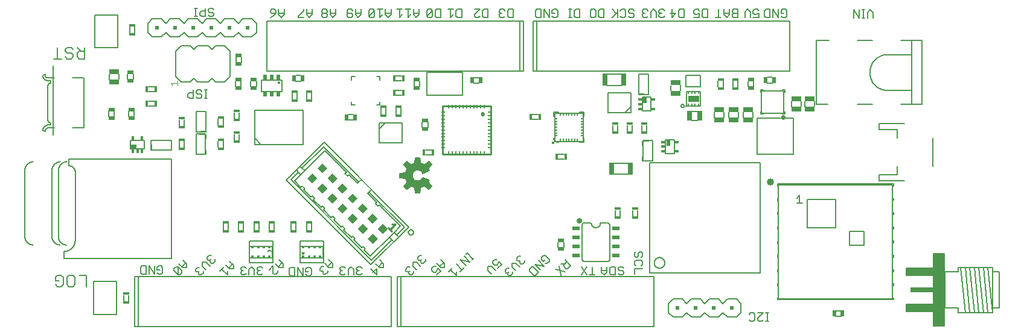
<source format=gto>
G75*
%MOIN*%
%OFA0B0*%
%FSLAX25Y25*%
%IPPOS*%
%LPD*%
%AMOC8*
5,1,8,0,0,1.08239X$1,22.5*
%
%ADD10C,0.00700*%
%ADD11C,0.00500*%
%ADD12R,0.01969X0.03740*%
%ADD13R,0.05709X0.02953*%
%ADD14R,0.02953X0.05709*%
%ADD15R,0.02953X0.06693*%
%ADD16C,0.00300*%
%ADD17C,0.00800*%
%ADD18R,0.02000X0.02000*%
%ADD19C,0.00600*%
%ADD20R,0.03400X0.01600*%
%ADD21R,0.04050X0.02000*%
%ADD22R,0.04000X0.02000*%
%ADD23C,0.00010*%
%ADD24R,0.06299X0.03543*%
%ADD25R,0.00984X0.01181*%
%ADD26C,0.04000*%
%ADD27R,0.01575X0.00598*%
%ADD28R,0.00598X0.01575*%
%ADD29C,0.01649*%
%ADD30R,0.12500X0.02500*%
%ADD31R,0.01600X0.03400*%
%ADD32R,0.03740X0.01969*%
%ADD33C,0.01000*%
%ADD34R,0.00984X0.01969*%
%ADD35R,0.01969X0.00984*%
%ADD36R,0.01969X0.02559*%
%ADD37R,0.01575X0.01181*%
%ADD38R,0.02500X0.01000*%
%ADD39R,0.03937X0.03937*%
%ADD40C,0.00787*%
%ADD41C,0.01200*%
%ADD42C,0.00591*%
%ADD43R,0.02067X0.01181*%
%ADD44R,0.02000X0.03500*%
%ADD45R,0.01181X0.02067*%
%ADD46R,0.03500X0.02000*%
D10*
X0019225Y0032345D02*
X0021327Y0032345D01*
X0022378Y0033396D01*
X0022378Y0037599D01*
X0021327Y0038650D01*
X0019225Y0038650D01*
X0018174Y0037599D01*
X0018174Y0035497D01*
X0020276Y0035497D01*
X0018174Y0033396D02*
X0019225Y0032345D01*
X0024620Y0033396D02*
X0025671Y0032345D01*
X0027772Y0032345D01*
X0028823Y0033396D01*
X0028823Y0037599D01*
X0027772Y0038650D01*
X0025671Y0038650D01*
X0024620Y0037599D01*
X0024620Y0033396D01*
X0035269Y0032345D02*
X0035269Y0038650D01*
X0031065Y0038650D01*
X0031116Y0158345D02*
X0030065Y0159396D01*
X0030065Y0161497D01*
X0031116Y0162548D01*
X0034269Y0162548D01*
X0034269Y0164650D02*
X0034269Y0158345D01*
X0031116Y0158345D01*
X0027823Y0159396D02*
X0027823Y0160446D01*
X0026772Y0161497D01*
X0024671Y0161497D01*
X0023620Y0162548D01*
X0023620Y0163599D01*
X0024671Y0164650D01*
X0026772Y0164650D01*
X0027823Y0163599D01*
X0030065Y0164650D02*
X0032167Y0162548D01*
X0027823Y0159396D02*
X0026772Y0158345D01*
X0024671Y0158345D01*
X0023620Y0159396D01*
X0021378Y0158345D02*
X0017174Y0158345D01*
X0019276Y0158345D02*
X0019276Y0164650D01*
D11*
X0039320Y0035055D02*
X0039320Y0016945D01*
X0051918Y0016945D01*
X0051918Y0035055D01*
X0039320Y0035055D01*
X0061776Y0037780D02*
X0063745Y0037780D01*
X0063745Y0010220D01*
X0203509Y0010220D01*
X0203509Y0037780D01*
X0063745Y0037780D01*
X0061776Y0037780D02*
X0061776Y0010220D01*
X0063745Y0010220D01*
X0065851Y0039218D02*
X0068103Y0039218D01*
X0068103Y0043722D01*
X0065851Y0043722D01*
X0065100Y0042972D01*
X0065100Y0039969D01*
X0065851Y0039218D01*
X0069704Y0039218D02*
X0069704Y0043722D01*
X0072707Y0039218D01*
X0072707Y0043722D01*
X0074308Y0042972D02*
X0074308Y0041470D01*
X0075809Y0041470D01*
X0074308Y0039969D02*
X0075059Y0039218D01*
X0076560Y0039218D01*
X0077311Y0039969D01*
X0077311Y0042972D01*
X0076560Y0043722D01*
X0075059Y0043722D01*
X0074308Y0042972D01*
X0083624Y0042152D02*
X0083624Y0041091D01*
X0085748Y0038967D01*
X0085748Y0043214D01*
X0084686Y0043214D01*
X0083624Y0042152D01*
X0085748Y0043214D02*
X0087871Y0041091D01*
X0087871Y0040029D01*
X0086809Y0038967D01*
X0085748Y0038967D01*
X0088472Y0042754D02*
X0086349Y0044877D01*
X0087941Y0043285D02*
X0090065Y0045408D01*
X0090595Y0044877D02*
X0090595Y0042754D01*
X0088472Y0042754D01*
X0090595Y0044877D02*
X0088472Y0047000D01*
X0082211Y0047882D02*
X0082211Y0103000D01*
X0025518Y0103000D01*
X0025518Y0099063D01*
X0024495Y0101425D02*
X0024360Y0101423D01*
X0024225Y0101417D01*
X0024091Y0101408D01*
X0023957Y0101394D01*
X0023823Y0101377D01*
X0023689Y0101356D01*
X0023557Y0101331D01*
X0023425Y0101302D01*
X0023294Y0101270D01*
X0023164Y0101234D01*
X0023035Y0101194D01*
X0022908Y0101150D01*
X0022781Y0101103D01*
X0022656Y0101052D01*
X0022533Y0100998D01*
X0022411Y0100940D01*
X0022290Y0100879D01*
X0022172Y0100814D01*
X0022056Y0100746D01*
X0021941Y0100675D01*
X0021829Y0100601D01*
X0021718Y0100523D01*
X0021610Y0100442D01*
X0021505Y0100358D01*
X0021401Y0100271D01*
X0021301Y0100181D01*
X0021203Y0100089D01*
X0021107Y0099993D01*
X0021015Y0099895D01*
X0020925Y0099795D01*
X0020838Y0099691D01*
X0020754Y0099586D01*
X0020673Y0099478D01*
X0020595Y0099367D01*
X0020521Y0099255D01*
X0020450Y0099140D01*
X0020382Y0099024D01*
X0020317Y0098906D01*
X0020256Y0098785D01*
X0020198Y0098663D01*
X0020144Y0098540D01*
X0020093Y0098415D01*
X0020046Y0098288D01*
X0020002Y0098161D01*
X0019962Y0098032D01*
X0019926Y0097902D01*
X0019894Y0097771D01*
X0019865Y0097639D01*
X0019840Y0097507D01*
X0019819Y0097373D01*
X0019802Y0097239D01*
X0019788Y0097105D01*
X0019779Y0096971D01*
X0019773Y0096836D01*
X0019771Y0096701D01*
X0019770Y0096701D02*
X0019770Y0060480D01*
X0016226Y0060481D02*
X0016217Y0060346D01*
X0016212Y0060210D01*
X0016210Y0060075D01*
X0016212Y0059940D01*
X0016218Y0059804D01*
X0016228Y0059669D01*
X0016242Y0059535D01*
X0016260Y0059400D01*
X0016282Y0059267D01*
X0016307Y0059134D01*
X0016336Y0059001D01*
X0016369Y0058870D01*
X0016405Y0058740D01*
X0016446Y0058611D01*
X0016490Y0058482D01*
X0016537Y0058356D01*
X0016589Y0058230D01*
X0016643Y0058107D01*
X0016702Y0057984D01*
X0016764Y0057864D01*
X0016829Y0057745D01*
X0016897Y0057628D01*
X0016969Y0057514D01*
X0017044Y0057401D01*
X0017123Y0057291D01*
X0017204Y0057182D01*
X0017288Y0057077D01*
X0017376Y0056973D01*
X0017466Y0056872D01*
X0017559Y0056774D01*
X0017655Y0056679D01*
X0017754Y0056586D01*
X0017855Y0056496D01*
X0017959Y0056409D01*
X0018065Y0056325D01*
X0018174Y0056244D01*
X0018285Y0056167D01*
X0018398Y0056092D01*
X0018513Y0056021D01*
X0018630Y0055953D01*
X0018749Y0055888D01*
X0018870Y0055827D01*
X0018992Y0055769D01*
X0019117Y0055715D01*
X0019242Y0055665D01*
X0019369Y0055618D01*
X0019497Y0055574D01*
X0019627Y0055535D01*
X0019757Y0055499D01*
X0019889Y0055466D01*
X0020021Y0055438D01*
X0020154Y0055413D01*
X0020288Y0055393D01*
X0020423Y0055376D01*
X0020557Y0055362D01*
X0022762Y0051819D02*
X0022919Y0051821D01*
X0023076Y0051827D01*
X0023233Y0051837D01*
X0023389Y0051850D01*
X0023545Y0051868D01*
X0023701Y0051889D01*
X0023856Y0051915D01*
X0024010Y0051944D01*
X0024164Y0051977D01*
X0024316Y0052014D01*
X0024468Y0052054D01*
X0024619Y0052099D01*
X0024768Y0052147D01*
X0024916Y0052199D01*
X0025063Y0052254D01*
X0025209Y0052314D01*
X0025353Y0052376D01*
X0025495Y0052443D01*
X0025636Y0052513D01*
X0025775Y0052586D01*
X0025912Y0052663D01*
X0026047Y0052743D01*
X0026179Y0052827D01*
X0026310Y0052914D01*
X0026439Y0053004D01*
X0026565Y0053097D01*
X0026689Y0053193D01*
X0026811Y0053293D01*
X0026930Y0053395D01*
X0027046Y0053501D01*
X0027160Y0053609D01*
X0027271Y0053720D01*
X0027379Y0053834D01*
X0027485Y0053950D01*
X0027587Y0054069D01*
X0027687Y0054191D01*
X0027783Y0054315D01*
X0027876Y0054441D01*
X0027966Y0054570D01*
X0028053Y0054701D01*
X0028137Y0054833D01*
X0028217Y0054969D01*
X0028294Y0055105D01*
X0028367Y0055244D01*
X0028437Y0055385D01*
X0028504Y0055527D01*
X0028566Y0055671D01*
X0028626Y0055817D01*
X0028681Y0055964D01*
X0028733Y0056112D01*
X0028781Y0056261D01*
X0028826Y0056412D01*
X0028866Y0056564D01*
X0028903Y0056716D01*
X0028936Y0056870D01*
X0028965Y0057024D01*
X0028991Y0057179D01*
X0029012Y0057335D01*
X0029030Y0057491D01*
X0029043Y0057647D01*
X0029053Y0057804D01*
X0029059Y0057961D01*
X0029061Y0058118D01*
X0029062Y0058118D02*
X0029062Y0096307D01*
X0029061Y0096307D02*
X0029046Y0096416D01*
X0029026Y0096525D01*
X0029003Y0096634D01*
X0028976Y0096741D01*
X0028945Y0096848D01*
X0028911Y0096953D01*
X0028873Y0097057D01*
X0028831Y0097160D01*
X0028786Y0097261D01*
X0028737Y0097360D01*
X0028685Y0097458D01*
X0028629Y0097554D01*
X0028570Y0097647D01*
X0028508Y0097739D01*
X0028443Y0097829D01*
X0028374Y0097916D01*
X0028303Y0098001D01*
X0028229Y0098083D01*
X0028151Y0098162D01*
X0028072Y0098239D01*
X0027989Y0098313D01*
X0027904Y0098384D01*
X0027817Y0098452D01*
X0027727Y0098517D01*
X0027635Y0098579D01*
X0027541Y0098637D01*
X0027445Y0098692D01*
X0027347Y0098744D01*
X0027247Y0098793D01*
X0027146Y0098837D01*
X0027043Y0098879D01*
X0026939Y0098916D01*
X0026833Y0098950D01*
X0026727Y0098981D01*
X0026619Y0099007D01*
X0026511Y0099030D01*
X0026402Y0099049D01*
X0026292Y0099064D01*
X0026182Y0099076D01*
X0026071Y0099083D01*
X0025960Y0099087D01*
X0025850Y0099086D01*
X0025739Y0099082D01*
X0025628Y0099074D01*
X0025518Y0099062D01*
X0020951Y0101425D02*
X0020816Y0101423D01*
X0020681Y0101417D01*
X0020547Y0101408D01*
X0020413Y0101394D01*
X0020279Y0101377D01*
X0020145Y0101356D01*
X0020013Y0101331D01*
X0019881Y0101302D01*
X0019750Y0101270D01*
X0019620Y0101234D01*
X0019491Y0101194D01*
X0019364Y0101150D01*
X0019237Y0101103D01*
X0019112Y0101052D01*
X0018989Y0100998D01*
X0018867Y0100940D01*
X0018746Y0100879D01*
X0018628Y0100814D01*
X0018512Y0100746D01*
X0018397Y0100675D01*
X0018285Y0100601D01*
X0018174Y0100523D01*
X0018066Y0100442D01*
X0017961Y0100358D01*
X0017857Y0100271D01*
X0017757Y0100181D01*
X0017659Y0100089D01*
X0017563Y0099993D01*
X0017471Y0099895D01*
X0017381Y0099795D01*
X0017294Y0099691D01*
X0017210Y0099586D01*
X0017129Y0099478D01*
X0017051Y0099367D01*
X0016977Y0099255D01*
X0016906Y0099140D01*
X0016838Y0099024D01*
X0016773Y0098906D01*
X0016712Y0098785D01*
X0016654Y0098663D01*
X0016600Y0098540D01*
X0016549Y0098415D01*
X0016502Y0098288D01*
X0016458Y0098161D01*
X0016418Y0098032D01*
X0016382Y0097902D01*
X0016350Y0097771D01*
X0016321Y0097639D01*
X0016296Y0097507D01*
X0016275Y0097373D01*
X0016258Y0097239D01*
X0016244Y0097105D01*
X0016235Y0096971D01*
X0016229Y0096836D01*
X0016227Y0096701D01*
X0016227Y0060480D01*
X0019770Y0060481D02*
X0019761Y0060346D01*
X0019756Y0060210D01*
X0019754Y0060075D01*
X0019756Y0059940D01*
X0019762Y0059804D01*
X0019772Y0059669D01*
X0019786Y0059535D01*
X0019804Y0059400D01*
X0019826Y0059267D01*
X0019851Y0059134D01*
X0019880Y0059001D01*
X0019913Y0058870D01*
X0019949Y0058740D01*
X0019990Y0058611D01*
X0020034Y0058482D01*
X0020081Y0058356D01*
X0020133Y0058230D01*
X0020187Y0058107D01*
X0020246Y0057984D01*
X0020308Y0057864D01*
X0020373Y0057745D01*
X0020441Y0057628D01*
X0020513Y0057514D01*
X0020588Y0057401D01*
X0020667Y0057291D01*
X0020748Y0057182D01*
X0020832Y0057077D01*
X0020920Y0056973D01*
X0021010Y0056872D01*
X0021103Y0056774D01*
X0021199Y0056679D01*
X0021298Y0056586D01*
X0021399Y0056496D01*
X0021503Y0056409D01*
X0021609Y0056325D01*
X0021718Y0056244D01*
X0021829Y0056167D01*
X0021942Y0056092D01*
X0022057Y0056021D01*
X0022174Y0055953D01*
X0022293Y0055888D01*
X0022414Y0055827D01*
X0022536Y0055769D01*
X0022661Y0055715D01*
X0022786Y0055665D01*
X0022913Y0055618D01*
X0023041Y0055574D01*
X0023171Y0055535D01*
X0023301Y0055499D01*
X0023433Y0055466D01*
X0023565Y0055438D01*
X0023698Y0055413D01*
X0023832Y0055393D01*
X0023967Y0055376D01*
X0024101Y0055362D01*
X0022762Y0051819D02*
X0022762Y0047882D01*
X0082211Y0047882D01*
X0095457Y0041985D02*
X0096519Y0043047D01*
X0097580Y0043047D01*
X0099244Y0043648D02*
X0101367Y0041525D01*
X0099704Y0040924D02*
X0099704Y0039862D01*
X0098642Y0038800D01*
X0097580Y0038800D01*
X0097050Y0039331D01*
X0097050Y0040393D01*
X0095988Y0040393D01*
X0095457Y0040924D01*
X0095457Y0041985D01*
X0097050Y0040393D02*
X0097580Y0040924D01*
X0099244Y0043648D02*
X0099244Y0045771D01*
X0101367Y0045771D01*
X0103490Y0043648D01*
X0104091Y0045311D02*
X0103561Y0045842D01*
X0103561Y0046904D01*
X0102499Y0046904D01*
X0101968Y0047434D01*
X0101968Y0048496D01*
X0103030Y0049558D01*
X0104091Y0049558D01*
X0104091Y0047434D02*
X0103561Y0046904D01*
X0104091Y0045311D02*
X0105153Y0045311D01*
X0106215Y0046373D01*
X0106215Y0047434D01*
X0112203Y0044200D02*
X0114326Y0042077D01*
X0116449Y0042077D01*
X0116449Y0044200D01*
X0114326Y0046323D01*
X0115918Y0044731D02*
X0113795Y0042608D01*
X0113193Y0040945D02*
X0113193Y0038821D01*
X0110009Y0042006D01*
X0111070Y0043068D02*
X0108947Y0040945D01*
X0120408Y0040372D02*
X0120408Y0039622D01*
X0121159Y0038871D01*
X0122660Y0038871D01*
X0123411Y0039622D01*
X0125012Y0038871D02*
X0125012Y0041874D01*
X0126514Y0043375D01*
X0128015Y0041874D01*
X0128015Y0038871D01*
X0129616Y0039622D02*
X0129616Y0040372D01*
X0130367Y0041123D01*
X0129616Y0041874D01*
X0129616Y0042624D01*
X0130367Y0043375D01*
X0131868Y0043375D01*
X0132619Y0042624D01*
X0131117Y0041123D02*
X0130367Y0041123D01*
X0129616Y0039622D02*
X0130367Y0038871D01*
X0131868Y0038871D01*
X0132619Y0039622D01*
X0136212Y0041710D02*
X0138336Y0043833D01*
X0138336Y0039587D01*
X0138866Y0039056D01*
X0139928Y0039056D01*
X0140989Y0040117D01*
X0140989Y0041179D01*
X0141591Y0042842D02*
X0139468Y0044965D01*
X0141060Y0043373D02*
X0143183Y0045496D01*
X0143714Y0044965D02*
X0143714Y0042842D01*
X0141591Y0042842D01*
X0143714Y0044965D02*
X0141591Y0047088D01*
X0147158Y0042124D02*
X0147158Y0039122D01*
X0147909Y0038371D01*
X0150161Y0038371D01*
X0150161Y0042875D01*
X0147909Y0042875D01*
X0147158Y0042124D01*
X0151762Y0042875D02*
X0151762Y0038371D01*
X0154765Y0038371D02*
X0151762Y0042875D01*
X0154765Y0042875D02*
X0154765Y0038371D01*
X0156366Y0039122D02*
X0157117Y0038371D01*
X0158618Y0038371D01*
X0159369Y0039122D01*
X0159369Y0042124D01*
X0158618Y0042875D01*
X0157117Y0042875D01*
X0156366Y0042124D01*
X0156366Y0040623D01*
X0157867Y0040623D01*
X0164183Y0041325D02*
X0164183Y0042387D01*
X0165244Y0043449D01*
X0166306Y0043449D01*
X0166907Y0045112D02*
X0169030Y0042989D01*
X0171153Y0042989D01*
X0171153Y0045112D01*
X0169030Y0047235D01*
X0170623Y0045642D02*
X0168500Y0043519D01*
X0168429Y0041325D02*
X0168429Y0040264D01*
X0167367Y0039202D01*
X0166306Y0039202D01*
X0165775Y0039733D01*
X0165775Y0040795D01*
X0164713Y0040795D01*
X0164183Y0041325D01*
X0165775Y0040795D02*
X0166306Y0041325D01*
X0175158Y0041874D02*
X0175158Y0042624D01*
X0175909Y0043375D01*
X0177410Y0043375D01*
X0178161Y0042624D01*
X0179762Y0041874D02*
X0179762Y0038871D01*
X0178161Y0039622D02*
X0177410Y0038871D01*
X0175909Y0038871D01*
X0175158Y0039622D01*
X0175158Y0040372D01*
X0175909Y0041123D01*
X0175158Y0041874D01*
X0175909Y0041123D02*
X0176660Y0041123D01*
X0179762Y0041874D02*
X0181264Y0043375D01*
X0182765Y0041874D01*
X0182765Y0038871D01*
X0184366Y0039622D02*
X0184366Y0040372D01*
X0185117Y0041123D01*
X0184366Y0041874D01*
X0184366Y0042624D01*
X0185117Y0043375D01*
X0186618Y0043375D01*
X0187369Y0042624D01*
X0185867Y0041123D02*
X0185117Y0041123D01*
X0184366Y0039622D02*
X0185117Y0038871D01*
X0186618Y0038871D01*
X0187369Y0039622D01*
X0193274Y0040087D02*
X0195398Y0042210D01*
X0195398Y0039026D01*
X0192213Y0042210D01*
X0194938Y0044935D02*
X0197061Y0042812D01*
X0199184Y0042812D01*
X0199184Y0044935D01*
X0197061Y0047058D01*
X0198653Y0045466D02*
X0196530Y0043343D01*
X0206776Y0037780D02*
X0208745Y0037780D01*
X0208745Y0010220D01*
X0348509Y0010220D01*
X0348509Y0037780D01*
X0208745Y0037780D01*
X0206776Y0037780D02*
X0206776Y0010220D01*
X0208745Y0010220D01*
X0213755Y0038858D02*
X0213224Y0039389D01*
X0213224Y0040451D01*
X0212162Y0040451D01*
X0211632Y0040982D01*
X0211632Y0042043D01*
X0212693Y0043105D01*
X0213755Y0043105D01*
X0215418Y0043706D02*
X0217541Y0041583D01*
X0215878Y0040982D02*
X0215878Y0039920D01*
X0214816Y0038858D01*
X0213755Y0038858D01*
X0213224Y0040451D02*
X0213755Y0040982D01*
X0215418Y0043706D02*
X0215418Y0045829D01*
X0217541Y0045829D01*
X0219664Y0043706D01*
X0220266Y0045369D02*
X0219735Y0045900D01*
X0219735Y0046962D01*
X0218673Y0046962D01*
X0218142Y0047493D01*
X0218142Y0048554D01*
X0219204Y0049616D01*
X0220266Y0049616D01*
X0220266Y0047493D02*
X0219735Y0046962D01*
X0220266Y0045369D02*
X0221327Y0045369D01*
X0222389Y0046431D01*
X0222389Y0047493D01*
X0228672Y0045170D02*
X0230796Y0043047D01*
X0232919Y0043047D01*
X0232919Y0045170D01*
X0230796Y0047293D01*
X0232388Y0045701D02*
X0230265Y0043577D01*
X0229132Y0042445D02*
X0228602Y0040853D01*
X0228071Y0040322D01*
X0227009Y0040322D01*
X0225948Y0041384D01*
X0225948Y0042445D01*
X0227009Y0043507D01*
X0228071Y0043507D01*
X0229132Y0042445D02*
X0230725Y0040853D01*
X0228602Y0038730D01*
X0235168Y0040549D02*
X0237291Y0042672D01*
X0236229Y0041611D02*
X0239414Y0038426D01*
X0239414Y0040549D01*
X0241608Y0040620D02*
X0243731Y0042743D01*
X0242670Y0041681D02*
X0239485Y0044866D01*
X0241679Y0047060D02*
X0244864Y0043875D01*
X0246987Y0045999D02*
X0241679Y0047060D01*
X0243802Y0049183D02*
X0246987Y0045999D01*
X0248095Y0047107D02*
X0249157Y0048169D01*
X0248626Y0047638D02*
X0245441Y0050823D01*
X0245972Y0051354D02*
X0244911Y0050292D01*
X0259615Y0046233D02*
X0259615Y0045172D01*
X0260676Y0044110D01*
X0261738Y0044110D01*
X0262269Y0044641D01*
X0262799Y0046233D01*
X0264392Y0044641D01*
X0262269Y0042518D01*
X0261136Y0041386D02*
X0259013Y0043509D01*
X0256890Y0043509D01*
X0256890Y0041386D01*
X0259013Y0039263D01*
X0266369Y0040512D02*
X0266900Y0039981D01*
X0267961Y0039981D01*
X0268492Y0040512D01*
X0267961Y0039981D02*
X0267961Y0038920D01*
X0268492Y0038389D01*
X0269554Y0038389D01*
X0270615Y0039450D01*
X0270615Y0040512D01*
X0272278Y0041113D02*
X0270155Y0043237D01*
X0270155Y0045360D01*
X0272278Y0045360D01*
X0274401Y0043237D01*
X0275003Y0044900D02*
X0274472Y0045431D01*
X0274472Y0046492D01*
X0273411Y0046492D01*
X0272880Y0047023D01*
X0272880Y0048084D01*
X0273941Y0049146D01*
X0275003Y0049146D01*
X0275003Y0047023D02*
X0274472Y0046492D01*
X0275003Y0044900D02*
X0276065Y0044900D01*
X0277126Y0045961D01*
X0277126Y0047023D01*
X0282710Y0044621D02*
X0285894Y0041437D01*
X0284762Y0040304D02*
X0283170Y0038712D01*
X0282108Y0038712D01*
X0279985Y0040835D01*
X0279985Y0041897D01*
X0281577Y0043489D01*
X0284762Y0040304D01*
X0288018Y0043560D02*
X0282710Y0044621D01*
X0284833Y0046745D02*
X0288018Y0043560D01*
X0288619Y0045223D02*
X0289681Y0045223D01*
X0290742Y0046285D01*
X0290742Y0047346D01*
X0288619Y0049469D01*
X0287558Y0049469D01*
X0286496Y0048408D01*
X0286496Y0047346D01*
X0287558Y0046285D01*
X0288619Y0047346D01*
X0296186Y0043891D02*
X0297248Y0038583D01*
X0299371Y0040706D02*
X0294063Y0041768D01*
X0298911Y0043431D02*
X0298911Y0044493D01*
X0300504Y0046085D01*
X0299442Y0047146D02*
X0302627Y0043962D01*
X0301034Y0042369D01*
X0299973Y0042369D01*
X0298911Y0043431D01*
X0299442Y0045023D02*
X0297319Y0045023D01*
X0308387Y0043375D02*
X0311390Y0038871D01*
X0312991Y0038871D02*
X0315994Y0038871D01*
X0314492Y0038871D02*
X0314492Y0043375D01*
X0311390Y0043375D02*
X0308387Y0038871D01*
X0319658Y0040372D02*
X0319658Y0043375D01*
X0319658Y0041123D02*
X0322661Y0041123D01*
X0322661Y0040372D02*
X0321160Y0038871D01*
X0319658Y0040372D01*
X0322661Y0040372D02*
X0322661Y0043375D01*
X0324262Y0042624D02*
X0324262Y0039622D01*
X0325013Y0038871D01*
X0327265Y0038871D01*
X0327265Y0043375D01*
X0325013Y0043375D01*
X0324262Y0042624D01*
X0328866Y0042624D02*
X0328866Y0041874D01*
X0329617Y0041123D01*
X0331118Y0041123D01*
X0331869Y0040372D01*
X0331869Y0039622D01*
X0331118Y0038871D01*
X0329617Y0038871D01*
X0328866Y0039622D01*
X0328866Y0042624D02*
X0329617Y0043375D01*
X0331118Y0043375D01*
X0331869Y0042624D01*
X0337744Y0042292D02*
X0337744Y0039290D01*
X0337744Y0042292D02*
X0342248Y0042292D01*
X0341497Y0043894D02*
X0342248Y0044644D01*
X0342248Y0046145D01*
X0341497Y0046896D01*
X0338494Y0046896D01*
X0337744Y0046145D01*
X0337744Y0044644D01*
X0338494Y0043894D01*
X0346119Y0040000D02*
X0407119Y0040000D01*
X0407119Y0101000D01*
X0346119Y0101000D01*
X0346119Y0040000D01*
X0348704Y0045500D02*
X0348706Y0045608D01*
X0348712Y0045715D01*
X0348722Y0045823D01*
X0348736Y0045929D01*
X0348754Y0046036D01*
X0348775Y0046141D01*
X0348801Y0046246D01*
X0348830Y0046349D01*
X0348864Y0046452D01*
X0348901Y0046553D01*
X0348942Y0046653D01*
X0348986Y0046751D01*
X0349034Y0046847D01*
X0349086Y0046942D01*
X0349141Y0047035D01*
X0349199Y0047125D01*
X0349261Y0047213D01*
X0349326Y0047299D01*
X0349394Y0047383D01*
X0349465Y0047464D01*
X0349539Y0047542D01*
X0349616Y0047618D01*
X0349695Y0047690D01*
X0349778Y0047760D01*
X0349862Y0047826D01*
X0349949Y0047890D01*
X0350039Y0047950D01*
X0350131Y0048006D01*
X0350224Y0048060D01*
X0350320Y0048109D01*
X0350417Y0048156D01*
X0350516Y0048198D01*
X0350616Y0048237D01*
X0350718Y0048272D01*
X0350821Y0048304D01*
X0350925Y0048331D01*
X0351031Y0048355D01*
X0351136Y0048375D01*
X0351243Y0048391D01*
X0351350Y0048403D01*
X0351457Y0048411D01*
X0351565Y0048415D01*
X0351673Y0048415D01*
X0351781Y0048411D01*
X0351888Y0048403D01*
X0351995Y0048391D01*
X0352102Y0048375D01*
X0352207Y0048355D01*
X0352313Y0048331D01*
X0352417Y0048304D01*
X0352520Y0048272D01*
X0352622Y0048237D01*
X0352722Y0048198D01*
X0352821Y0048156D01*
X0352918Y0048109D01*
X0353014Y0048060D01*
X0353107Y0048006D01*
X0353199Y0047950D01*
X0353289Y0047890D01*
X0353376Y0047826D01*
X0353460Y0047760D01*
X0353543Y0047690D01*
X0353622Y0047618D01*
X0353699Y0047542D01*
X0353773Y0047464D01*
X0353844Y0047383D01*
X0353912Y0047299D01*
X0353977Y0047213D01*
X0354039Y0047125D01*
X0354097Y0047035D01*
X0354152Y0046942D01*
X0354204Y0046847D01*
X0354252Y0046751D01*
X0354296Y0046653D01*
X0354337Y0046553D01*
X0354374Y0046452D01*
X0354408Y0046349D01*
X0354437Y0046246D01*
X0354463Y0046141D01*
X0354484Y0046036D01*
X0354502Y0045929D01*
X0354516Y0045823D01*
X0354526Y0045715D01*
X0354532Y0045608D01*
X0354534Y0045500D01*
X0354532Y0045392D01*
X0354526Y0045285D01*
X0354516Y0045177D01*
X0354502Y0045071D01*
X0354484Y0044964D01*
X0354463Y0044859D01*
X0354437Y0044754D01*
X0354408Y0044651D01*
X0354374Y0044548D01*
X0354337Y0044447D01*
X0354296Y0044347D01*
X0354252Y0044249D01*
X0354204Y0044153D01*
X0354152Y0044058D01*
X0354097Y0043965D01*
X0354039Y0043875D01*
X0353977Y0043787D01*
X0353912Y0043701D01*
X0353844Y0043617D01*
X0353773Y0043536D01*
X0353699Y0043458D01*
X0353622Y0043382D01*
X0353543Y0043310D01*
X0353460Y0043240D01*
X0353376Y0043174D01*
X0353289Y0043110D01*
X0353199Y0043050D01*
X0353107Y0042994D01*
X0353014Y0042940D01*
X0352918Y0042891D01*
X0352821Y0042844D01*
X0352722Y0042802D01*
X0352622Y0042763D01*
X0352520Y0042728D01*
X0352417Y0042696D01*
X0352313Y0042669D01*
X0352207Y0042645D01*
X0352102Y0042625D01*
X0351995Y0042609D01*
X0351888Y0042597D01*
X0351781Y0042589D01*
X0351673Y0042585D01*
X0351565Y0042585D01*
X0351457Y0042589D01*
X0351350Y0042597D01*
X0351243Y0042609D01*
X0351136Y0042625D01*
X0351031Y0042645D01*
X0350925Y0042669D01*
X0350821Y0042696D01*
X0350718Y0042728D01*
X0350616Y0042763D01*
X0350516Y0042802D01*
X0350417Y0042844D01*
X0350320Y0042891D01*
X0350224Y0042940D01*
X0350131Y0042994D01*
X0350039Y0043050D01*
X0349949Y0043110D01*
X0349862Y0043174D01*
X0349778Y0043240D01*
X0349695Y0043310D01*
X0349616Y0043382D01*
X0349539Y0043458D01*
X0349465Y0043536D01*
X0349394Y0043617D01*
X0349326Y0043701D01*
X0349261Y0043787D01*
X0349199Y0043875D01*
X0349141Y0043965D01*
X0349086Y0044058D01*
X0349034Y0044153D01*
X0348986Y0044249D01*
X0348942Y0044347D01*
X0348901Y0044447D01*
X0348864Y0044548D01*
X0348830Y0044651D01*
X0348801Y0044754D01*
X0348775Y0044859D01*
X0348754Y0044964D01*
X0348736Y0045071D01*
X0348722Y0045177D01*
X0348712Y0045285D01*
X0348706Y0045392D01*
X0348704Y0045500D01*
X0342248Y0049248D02*
X0342248Y0050749D01*
X0341497Y0051500D01*
X0340746Y0051500D01*
X0339996Y0050749D01*
X0339996Y0049248D01*
X0339245Y0048497D01*
X0338494Y0048497D01*
X0337744Y0049248D01*
X0337744Y0050749D01*
X0338494Y0051500D01*
X0341497Y0048497D02*
X0342248Y0049248D01*
X0298720Y0054098D02*
X0298720Y0056902D01*
X0295569Y0056902D02*
X0295569Y0054098D01*
X0268492Y0042635D02*
X0267431Y0042635D01*
X0266369Y0041573D01*
X0266369Y0040512D01*
X0261738Y0047295D02*
X0260676Y0047295D01*
X0259615Y0046233D01*
X0326570Y0094402D02*
X0334168Y0094402D01*
X0334168Y0100598D02*
X0326570Y0100598D01*
X0309493Y0112626D02*
X0293745Y0112626D01*
X0293745Y0128374D01*
X0309493Y0128374D01*
X0309493Y0112626D01*
X0323320Y0128488D02*
X0335918Y0128488D01*
X0335918Y0132000D01*
X0332619Y0128500D01*
X0335918Y0132000D02*
X0335918Y0139512D01*
X0323320Y0139512D01*
X0323320Y0128488D01*
X0358020Y0140750D02*
X0358020Y0143652D01*
X0363217Y0143750D02*
X0363217Y0140750D01*
X0366432Y0140187D02*
X0366432Y0132313D01*
X0366235Y0132313D02*
X0366237Y0132340D01*
X0366243Y0132367D01*
X0366252Y0132393D01*
X0366265Y0132417D01*
X0366281Y0132440D01*
X0366300Y0132459D01*
X0366322Y0132476D01*
X0366346Y0132490D01*
X0366371Y0132500D01*
X0366398Y0132507D01*
X0366425Y0132510D01*
X0366453Y0132509D01*
X0366480Y0132504D01*
X0366506Y0132496D01*
X0366530Y0132484D01*
X0366553Y0132468D01*
X0366574Y0132450D01*
X0366591Y0132429D01*
X0366606Y0132405D01*
X0366617Y0132380D01*
X0366625Y0132354D01*
X0366629Y0132327D01*
X0366629Y0132299D01*
X0366625Y0132272D01*
X0366617Y0132246D01*
X0366606Y0132221D01*
X0366591Y0132197D01*
X0366574Y0132176D01*
X0366553Y0132158D01*
X0366531Y0132142D01*
X0366506Y0132130D01*
X0366480Y0132122D01*
X0366453Y0132117D01*
X0366425Y0132116D01*
X0366398Y0132119D01*
X0366371Y0132126D01*
X0366346Y0132136D01*
X0366322Y0132150D01*
X0366300Y0132167D01*
X0366281Y0132186D01*
X0366265Y0132209D01*
X0366252Y0132233D01*
X0366243Y0132259D01*
X0366237Y0132286D01*
X0366235Y0132313D01*
X0366432Y0132313D02*
X0374306Y0132313D01*
X0374306Y0140187D01*
X0374306Y0132313D01*
X0372520Y0129348D02*
X0369619Y0129348D01*
X0366432Y0132313D02*
X0366432Y0140187D01*
X0374306Y0140187D01*
X0374056Y0142850D02*
X0374056Y0149150D01*
X0366182Y0149150D01*
X0366182Y0142850D01*
X0374056Y0142850D01*
X0363583Y0132313D02*
X0363585Y0132372D01*
X0363591Y0132430D01*
X0363601Y0132488D01*
X0363614Y0132545D01*
X0363632Y0132602D01*
X0363653Y0132657D01*
X0363678Y0132710D01*
X0363706Y0132761D01*
X0363737Y0132811D01*
X0363772Y0132858D01*
X0363810Y0132903D01*
X0363851Y0132946D01*
X0363895Y0132985D01*
X0363941Y0133021D01*
X0363989Y0133055D01*
X0364040Y0133085D01*
X0364093Y0133111D01*
X0364147Y0133134D01*
X0364202Y0133153D01*
X0364259Y0133169D01*
X0364317Y0133181D01*
X0364375Y0133189D01*
X0364434Y0133193D01*
X0364492Y0133193D01*
X0364551Y0133189D01*
X0364609Y0133181D01*
X0364667Y0133169D01*
X0364724Y0133153D01*
X0364779Y0133134D01*
X0364833Y0133111D01*
X0364886Y0133085D01*
X0364937Y0133055D01*
X0364985Y0133021D01*
X0365031Y0132985D01*
X0365075Y0132946D01*
X0365116Y0132903D01*
X0365154Y0132858D01*
X0365189Y0132811D01*
X0365220Y0132761D01*
X0365248Y0132710D01*
X0365273Y0132657D01*
X0365294Y0132602D01*
X0365312Y0132545D01*
X0365325Y0132488D01*
X0365335Y0132430D01*
X0365341Y0132372D01*
X0365343Y0132313D01*
X0365341Y0132254D01*
X0365335Y0132196D01*
X0365325Y0132138D01*
X0365312Y0132081D01*
X0365294Y0132024D01*
X0365273Y0131969D01*
X0365248Y0131916D01*
X0365220Y0131865D01*
X0365189Y0131815D01*
X0365154Y0131768D01*
X0365116Y0131723D01*
X0365075Y0131680D01*
X0365031Y0131641D01*
X0364985Y0131605D01*
X0364937Y0131571D01*
X0364886Y0131541D01*
X0364833Y0131515D01*
X0364779Y0131492D01*
X0364724Y0131473D01*
X0364667Y0131457D01*
X0364609Y0131445D01*
X0364551Y0131437D01*
X0364492Y0131433D01*
X0364434Y0131433D01*
X0364375Y0131437D01*
X0364317Y0131445D01*
X0364259Y0131457D01*
X0364202Y0131473D01*
X0364147Y0131492D01*
X0364093Y0131515D01*
X0364040Y0131541D01*
X0363989Y0131571D01*
X0363941Y0131605D01*
X0363895Y0131641D01*
X0363851Y0131680D01*
X0363810Y0131723D01*
X0363772Y0131768D01*
X0363737Y0131815D01*
X0363706Y0131865D01*
X0363678Y0131916D01*
X0363653Y0131969D01*
X0363632Y0132024D01*
X0363614Y0132081D01*
X0363601Y0132138D01*
X0363591Y0132196D01*
X0363585Y0132254D01*
X0363583Y0132313D01*
X0382020Y0128902D02*
X0382020Y0126000D01*
X0387217Y0126000D02*
X0387217Y0129000D01*
X0390020Y0128902D02*
X0390020Y0126000D01*
X0395217Y0126000D02*
X0395217Y0129000D01*
X0398020Y0128902D02*
X0398020Y0126000D01*
X0403217Y0126000D02*
X0403217Y0129000D01*
X0407524Y0129224D02*
X0407524Y0127906D01*
X0408843Y0127906D01*
X0407918Y0128299D02*
X0420320Y0128299D01*
X0420320Y0140701D01*
X0407918Y0140701D01*
X0407918Y0128299D01*
X0405619Y0125500D02*
X0405619Y0105500D01*
X0425619Y0105500D01*
X0425619Y0125500D01*
X0405619Y0125500D01*
X0419394Y0127906D02*
X0420713Y0127906D01*
X0420713Y0129224D01*
X0424520Y0132000D02*
X0424520Y0135000D01*
X0429717Y0135000D02*
X0429717Y0132098D01*
X0432020Y0132000D02*
X0432020Y0135000D01*
X0437217Y0135000D02*
X0437217Y0132098D01*
X0420713Y0139776D02*
X0420713Y0141094D01*
X0419394Y0141094D01*
X0414020Y0144950D02*
X0411217Y0144950D01*
X0411217Y0148101D02*
X0414020Y0148101D01*
X0423509Y0151720D02*
X0423509Y0179280D01*
X0283745Y0179280D01*
X0283745Y0151720D01*
X0423509Y0151720D01*
X0403668Y0145902D02*
X0403668Y0143098D01*
X0400518Y0143098D02*
X0400518Y0145902D01*
X0407524Y0141094D02*
X0408843Y0141094D01*
X0407524Y0141094D02*
X0407524Y0139776D01*
X0372619Y0124152D02*
X0369619Y0124152D01*
X0330418Y0143652D02*
X0322820Y0143652D01*
X0322820Y0149848D02*
X0330418Y0149848D01*
X0283745Y0151720D02*
X0281776Y0151720D01*
X0281776Y0179280D01*
X0283745Y0179280D01*
X0283909Y0181246D02*
X0286161Y0181246D01*
X0286161Y0185750D01*
X0283909Y0185750D01*
X0283158Y0184999D01*
X0283158Y0181997D01*
X0283909Y0181246D01*
X0287762Y0181246D02*
X0287762Y0185750D01*
X0290765Y0181246D01*
X0290765Y0185750D01*
X0292366Y0184999D02*
X0292366Y0183498D01*
X0293867Y0183498D01*
X0292366Y0181997D02*
X0293117Y0181246D01*
X0294618Y0181246D01*
X0295369Y0181997D01*
X0295369Y0184999D01*
X0294618Y0185750D01*
X0293117Y0185750D01*
X0292366Y0184999D01*
X0301576Y0185750D02*
X0303077Y0185750D01*
X0302327Y0185750D02*
X0302327Y0181246D01*
X0303077Y0181246D02*
X0301576Y0181246D01*
X0304679Y0181997D02*
X0305429Y0181246D01*
X0307681Y0181246D01*
X0307681Y0185750D01*
X0305429Y0185750D01*
X0304679Y0184999D01*
X0304679Y0181997D01*
X0313387Y0181997D02*
X0313387Y0184999D01*
X0314138Y0185750D01*
X0315639Y0185750D01*
X0316390Y0184999D01*
X0316390Y0181997D01*
X0315639Y0181246D01*
X0314138Y0181246D01*
X0313387Y0181997D01*
X0317991Y0181997D02*
X0318742Y0181246D01*
X0320994Y0181246D01*
X0320994Y0185750D01*
X0318742Y0185750D01*
X0317991Y0184999D01*
X0317991Y0181997D01*
X0325408Y0181246D02*
X0328411Y0184249D01*
X0327660Y0183498D02*
X0325408Y0185750D01*
X0328411Y0185750D02*
X0328411Y0181246D01*
X0330012Y0181997D02*
X0330763Y0181246D01*
X0332264Y0181246D01*
X0333015Y0181997D01*
X0333015Y0184999D01*
X0332264Y0185750D01*
X0330763Y0185750D01*
X0330012Y0184999D01*
X0334616Y0184999D02*
X0335367Y0185750D01*
X0336868Y0185750D01*
X0337619Y0184999D01*
X0336868Y0183498D02*
X0335367Y0183498D01*
X0334616Y0184249D01*
X0334616Y0184999D01*
X0336868Y0183498D02*
X0337619Y0182747D01*
X0337619Y0181997D01*
X0336868Y0181246D01*
X0335367Y0181246D01*
X0334616Y0181997D01*
X0342158Y0181997D02*
X0342909Y0181246D01*
X0344410Y0181246D01*
X0345161Y0181997D01*
X0346762Y0181246D02*
X0346762Y0184249D01*
X0348264Y0185750D01*
X0349765Y0184249D01*
X0349765Y0181246D01*
X0351366Y0181997D02*
X0351366Y0182747D01*
X0352117Y0183498D01*
X0351366Y0184249D01*
X0351366Y0184999D01*
X0352117Y0185750D01*
X0353618Y0185750D01*
X0354369Y0184999D01*
X0352867Y0183498D02*
X0352117Y0183498D01*
X0351366Y0181997D02*
X0352117Y0181246D01*
X0353618Y0181246D01*
X0354369Y0181997D01*
X0357637Y0183498D02*
X0360640Y0183498D01*
X0358388Y0181246D01*
X0358388Y0185750D01*
X0362241Y0184999D02*
X0362241Y0181997D01*
X0362992Y0181246D01*
X0365244Y0181246D01*
X0365244Y0185750D01*
X0362992Y0185750D01*
X0362241Y0184999D01*
X0370637Y0184999D02*
X0371388Y0185750D01*
X0372889Y0185750D01*
X0373640Y0184999D01*
X0373640Y0183498D02*
X0372139Y0182747D01*
X0371388Y0182747D01*
X0370637Y0183498D01*
X0370637Y0184999D01*
X0373640Y0183498D02*
X0373640Y0181246D01*
X0370637Y0181246D01*
X0375241Y0181997D02*
X0375992Y0181246D01*
X0378244Y0181246D01*
X0378244Y0185750D01*
X0375992Y0185750D01*
X0375241Y0184999D01*
X0375241Y0181997D01*
X0382658Y0181246D02*
X0385661Y0181246D01*
X0384160Y0181246D02*
X0384160Y0185750D01*
X0387262Y0185750D02*
X0387262Y0182747D01*
X0388764Y0181246D01*
X0390265Y0182747D01*
X0390265Y0185750D01*
X0391866Y0184999D02*
X0392617Y0185750D01*
X0394869Y0185750D01*
X0394869Y0181246D01*
X0392617Y0181246D01*
X0391866Y0181997D01*
X0391866Y0182747D01*
X0392617Y0183498D01*
X0394869Y0183498D01*
X0392617Y0183498D02*
X0391866Y0184249D01*
X0391866Y0184999D01*
X0390265Y0183498D02*
X0387262Y0183498D01*
X0398762Y0184249D02*
X0398762Y0181246D01*
X0401765Y0181246D02*
X0401765Y0184249D01*
X0400264Y0185750D01*
X0398762Y0184249D01*
X0403366Y0184999D02*
X0404117Y0185750D01*
X0405618Y0185750D01*
X0406369Y0184999D01*
X0406369Y0183498D02*
X0404867Y0182747D01*
X0404117Y0182747D01*
X0403366Y0183498D01*
X0403366Y0184999D01*
X0406369Y0183498D02*
X0406369Y0181246D01*
X0403366Y0181246D01*
X0409658Y0181997D02*
X0410409Y0181246D01*
X0412661Y0181246D01*
X0412661Y0185750D01*
X0410409Y0185750D01*
X0409658Y0184999D01*
X0409658Y0181997D01*
X0414262Y0181246D02*
X0414262Y0185750D01*
X0417265Y0181246D01*
X0417265Y0185750D01*
X0418866Y0184999D02*
X0419617Y0185750D01*
X0421118Y0185750D01*
X0421869Y0184999D01*
X0421869Y0181997D01*
X0421118Y0181246D01*
X0419617Y0181246D01*
X0418866Y0181997D01*
X0418866Y0183498D02*
X0420367Y0183498D01*
X0418866Y0183498D02*
X0418866Y0184999D01*
X0458818Y0185500D02*
X0458818Y0180996D01*
X0461821Y0180996D02*
X0458818Y0185500D01*
X0461821Y0185500D02*
X0461821Y0180996D01*
X0463389Y0180996D02*
X0464890Y0180996D01*
X0464139Y0180996D02*
X0464139Y0185500D01*
X0463389Y0185500D02*
X0464890Y0185500D01*
X0466491Y0183999D02*
X0467992Y0185500D01*
X0469494Y0183999D01*
X0469494Y0180996D01*
X0466491Y0180996D02*
X0466491Y0183999D01*
X0345161Y0184999D02*
X0344410Y0185750D01*
X0342909Y0185750D01*
X0342158Y0184999D01*
X0342158Y0184249D01*
X0342909Y0183498D01*
X0343660Y0183498D01*
X0342909Y0183498D02*
X0342158Y0182747D01*
X0342158Y0181997D01*
X0276461Y0179280D02*
X0274493Y0179280D01*
X0274493Y0151720D01*
X0276461Y0151720D01*
X0276461Y0179280D01*
X0274493Y0179280D02*
X0134729Y0179280D01*
X0134729Y0151720D01*
X0274493Y0151720D01*
X0252020Y0148050D02*
X0249217Y0148050D01*
X0249217Y0144899D02*
X0252020Y0144899D01*
X0242961Y0150799D02*
X0242961Y0138201D01*
X0223276Y0138201D01*
X0223276Y0150799D01*
X0242961Y0150799D01*
X0219220Y0145902D02*
X0219220Y0143098D01*
X0216069Y0143098D02*
X0216069Y0145902D01*
X0197367Y0146531D02*
X0197367Y0148500D01*
X0195398Y0148500D01*
X0183587Y0148500D02*
X0181619Y0148500D01*
X0181619Y0146531D01*
X0153520Y0145950D02*
X0150717Y0145950D01*
X0150717Y0149101D02*
X0153520Y0149101D01*
X0129168Y0145902D02*
X0129168Y0143098D01*
X0126018Y0143098D02*
X0126018Y0145902D01*
X0120668Y0145902D02*
X0120668Y0143098D01*
X0117518Y0143098D02*
X0117518Y0145902D01*
X0114619Y0148500D02*
X0111619Y0145500D01*
X0106619Y0145500D01*
X0104619Y0147500D01*
X0102619Y0145500D01*
X0096619Y0145500D01*
X0094619Y0147500D01*
X0092619Y0145500D01*
X0087619Y0145500D01*
X0084619Y0148500D01*
X0084619Y0162500D01*
X0087619Y0165500D01*
X0092619Y0165500D01*
X0094619Y0163500D01*
X0096619Y0165500D01*
X0102619Y0165500D01*
X0104619Y0163500D01*
X0106619Y0165500D01*
X0111619Y0165500D01*
X0114619Y0162500D01*
X0114619Y0148500D01*
X0117768Y0156473D02*
X0117768Y0159277D01*
X0120918Y0159277D02*
X0120918Y0156473D01*
X0101994Y0141125D02*
X0100492Y0141125D01*
X0101243Y0141125D02*
X0101243Y0136621D01*
X0101994Y0136621D02*
X0100492Y0136621D01*
X0098924Y0137372D02*
X0098924Y0138122D01*
X0098174Y0138873D01*
X0096673Y0138873D01*
X0095922Y0139624D01*
X0095922Y0140374D01*
X0096673Y0141125D01*
X0098174Y0141125D01*
X0098924Y0140374D01*
X0094321Y0139624D02*
X0092069Y0139624D01*
X0091318Y0138873D01*
X0091318Y0137372D01*
X0092069Y0136621D01*
X0094321Y0136621D01*
X0094321Y0141125D01*
X0095922Y0137372D02*
X0096673Y0136621D01*
X0098174Y0136621D01*
X0098924Y0137372D01*
X0061668Y0129402D02*
X0061668Y0126598D01*
X0058518Y0126598D02*
X0058518Y0129402D01*
X0050668Y0129402D02*
X0050668Y0126598D01*
X0047518Y0126598D02*
X0047518Y0129402D01*
X0033839Y0120220D02*
X0033839Y0147780D01*
X0033446Y0147780D02*
X0027540Y0147780D01*
X0017697Y0147780D02*
X0014351Y0147780D01*
X0014154Y0147780D01*
X0014351Y0146204D02*
X0014241Y0146206D01*
X0014131Y0146212D01*
X0014022Y0146221D01*
X0013913Y0146235D01*
X0013804Y0146252D01*
X0013696Y0146273D01*
X0013589Y0146298D01*
X0013483Y0146326D01*
X0013378Y0146358D01*
X0013274Y0146394D01*
X0013171Y0146433D01*
X0013070Y0146476D01*
X0012970Y0146523D01*
X0012872Y0146573D01*
X0012776Y0146626D01*
X0012682Y0146683D01*
X0012590Y0146743D01*
X0012499Y0146806D01*
X0012412Y0146872D01*
X0012326Y0146941D01*
X0012243Y0147013D01*
X0012163Y0147088D01*
X0012085Y0147166D01*
X0012010Y0147246D01*
X0011938Y0147329D01*
X0011869Y0147415D01*
X0011803Y0147502D01*
X0011740Y0147593D01*
X0011680Y0147685D01*
X0011623Y0147779D01*
X0011570Y0147875D01*
X0011520Y0147973D01*
X0011473Y0148073D01*
X0011430Y0148174D01*
X0011391Y0148277D01*
X0011355Y0148381D01*
X0011323Y0148486D01*
X0011295Y0148592D01*
X0011270Y0148699D01*
X0011249Y0148807D01*
X0011232Y0148916D01*
X0011218Y0149025D01*
X0011209Y0149134D01*
X0011203Y0149244D01*
X0011201Y0149354D01*
X0012383Y0149748D01*
X0012382Y0149748D02*
X0012384Y0149662D01*
X0012389Y0149576D01*
X0012399Y0149491D01*
X0012412Y0149406D01*
X0012429Y0149322D01*
X0012449Y0149238D01*
X0012473Y0149156D01*
X0012501Y0149075D01*
X0012532Y0148994D01*
X0012566Y0148916D01*
X0012604Y0148839D01*
X0012646Y0148764D01*
X0012690Y0148690D01*
X0012738Y0148619D01*
X0012789Y0148549D01*
X0012843Y0148482D01*
X0012899Y0148418D01*
X0012959Y0148356D01*
X0013021Y0148296D01*
X0013085Y0148240D01*
X0013152Y0148186D01*
X0013222Y0148135D01*
X0013293Y0148087D01*
X0013366Y0148043D01*
X0013442Y0148001D01*
X0013519Y0147963D01*
X0013597Y0147929D01*
X0013678Y0147898D01*
X0013759Y0147870D01*
X0013841Y0147846D01*
X0013925Y0147826D01*
X0014009Y0147809D01*
X0014094Y0147796D01*
X0014179Y0147786D01*
X0014265Y0147781D01*
X0014351Y0147779D01*
X0014351Y0146205D02*
X0015532Y0146205D01*
X0015532Y0145024D01*
X0015455Y0145022D01*
X0015378Y0145016D01*
X0015301Y0145007D01*
X0015225Y0144994D01*
X0015149Y0144977D01*
X0015075Y0144956D01*
X0015001Y0144932D01*
X0014929Y0144904D01*
X0014859Y0144873D01*
X0014790Y0144838D01*
X0014722Y0144800D01*
X0014657Y0144759D01*
X0014594Y0144714D01*
X0014533Y0144666D01*
X0014474Y0144616D01*
X0014418Y0144563D01*
X0014365Y0144507D01*
X0014315Y0144448D01*
X0014267Y0144387D01*
X0014222Y0144324D01*
X0014181Y0144259D01*
X0014143Y0144191D01*
X0014108Y0144122D01*
X0014077Y0144052D01*
X0014049Y0143980D01*
X0014025Y0143906D01*
X0014004Y0143832D01*
X0013987Y0143756D01*
X0013974Y0143680D01*
X0013965Y0143603D01*
X0013959Y0143526D01*
X0013957Y0143449D01*
X0013957Y0124551D01*
X0013959Y0124474D01*
X0013965Y0124397D01*
X0013974Y0124320D01*
X0013987Y0124244D01*
X0014004Y0124168D01*
X0014025Y0124094D01*
X0014049Y0124020D01*
X0014077Y0123948D01*
X0014108Y0123878D01*
X0014143Y0123809D01*
X0014181Y0123741D01*
X0014222Y0123676D01*
X0014267Y0123613D01*
X0014315Y0123552D01*
X0014365Y0123493D01*
X0014418Y0123437D01*
X0014474Y0123384D01*
X0014533Y0123334D01*
X0014594Y0123286D01*
X0014657Y0123241D01*
X0014722Y0123200D01*
X0014790Y0123162D01*
X0014859Y0123127D01*
X0014929Y0123096D01*
X0015001Y0123068D01*
X0015075Y0123044D01*
X0015149Y0123023D01*
X0015225Y0123006D01*
X0015301Y0122993D01*
X0015378Y0122984D01*
X0015455Y0122978D01*
X0015532Y0122976D01*
X0015532Y0121795D01*
X0014351Y0121795D01*
X0014351Y0120220D02*
X0014154Y0120220D01*
X0014351Y0120220D02*
X0017697Y0120220D01*
X0014351Y0121796D02*
X0014241Y0121794D01*
X0014131Y0121788D01*
X0014022Y0121779D01*
X0013913Y0121765D01*
X0013804Y0121748D01*
X0013696Y0121727D01*
X0013589Y0121702D01*
X0013483Y0121674D01*
X0013378Y0121642D01*
X0013274Y0121606D01*
X0013171Y0121567D01*
X0013070Y0121524D01*
X0012970Y0121477D01*
X0012872Y0121427D01*
X0012776Y0121374D01*
X0012682Y0121317D01*
X0012590Y0121257D01*
X0012499Y0121194D01*
X0012412Y0121128D01*
X0012326Y0121059D01*
X0012243Y0120987D01*
X0012163Y0120912D01*
X0012085Y0120834D01*
X0012010Y0120754D01*
X0011938Y0120671D01*
X0011869Y0120585D01*
X0011803Y0120498D01*
X0011740Y0120407D01*
X0011680Y0120315D01*
X0011623Y0120221D01*
X0011570Y0120125D01*
X0011520Y0120027D01*
X0011473Y0119927D01*
X0011430Y0119826D01*
X0011391Y0119723D01*
X0011355Y0119619D01*
X0011323Y0119514D01*
X0011295Y0119408D01*
X0011270Y0119301D01*
X0011249Y0119193D01*
X0011232Y0119084D01*
X0011218Y0118975D01*
X0011209Y0118866D01*
X0011203Y0118756D01*
X0011201Y0118646D01*
X0012383Y0118252D01*
X0012382Y0118252D02*
X0012384Y0118338D01*
X0012389Y0118424D01*
X0012399Y0118509D01*
X0012412Y0118594D01*
X0012429Y0118678D01*
X0012449Y0118762D01*
X0012473Y0118844D01*
X0012501Y0118925D01*
X0012532Y0119006D01*
X0012566Y0119084D01*
X0012604Y0119161D01*
X0012646Y0119237D01*
X0012690Y0119310D01*
X0012738Y0119381D01*
X0012789Y0119451D01*
X0012843Y0119518D01*
X0012899Y0119582D01*
X0012959Y0119644D01*
X0013021Y0119704D01*
X0013085Y0119760D01*
X0013152Y0119814D01*
X0013222Y0119865D01*
X0013293Y0119913D01*
X0013367Y0119957D01*
X0013442Y0119999D01*
X0013519Y0120037D01*
X0013597Y0120071D01*
X0013678Y0120102D01*
X0013759Y0120130D01*
X0013841Y0120154D01*
X0013925Y0120174D01*
X0014009Y0120191D01*
X0014094Y0120204D01*
X0014179Y0120214D01*
X0014265Y0120219D01*
X0014351Y0120221D01*
X0016910Y0116283D02*
X0016910Y0154669D01*
X0039820Y0164445D02*
X0052418Y0164445D01*
X0052418Y0182555D01*
X0039820Y0182555D01*
X0039820Y0164445D01*
X0048020Y0150000D02*
X0048020Y0147000D01*
X0053217Y0147098D02*
X0053217Y0150000D01*
X0058018Y0149902D02*
X0058018Y0147098D01*
X0061168Y0147098D02*
X0061168Y0149902D01*
X0033446Y0120220D02*
X0027540Y0120220D01*
X0005991Y0101425D02*
X0005856Y0101423D01*
X0005721Y0101417D01*
X0005587Y0101408D01*
X0005453Y0101394D01*
X0005319Y0101377D01*
X0005185Y0101356D01*
X0005053Y0101331D01*
X0004921Y0101302D01*
X0004790Y0101270D01*
X0004660Y0101234D01*
X0004531Y0101194D01*
X0004404Y0101150D01*
X0004277Y0101103D01*
X0004152Y0101052D01*
X0004029Y0100998D01*
X0003907Y0100940D01*
X0003786Y0100879D01*
X0003668Y0100814D01*
X0003552Y0100746D01*
X0003437Y0100675D01*
X0003325Y0100601D01*
X0003214Y0100523D01*
X0003106Y0100442D01*
X0003001Y0100358D01*
X0002897Y0100271D01*
X0002797Y0100181D01*
X0002699Y0100089D01*
X0002603Y0099993D01*
X0002511Y0099895D01*
X0002421Y0099795D01*
X0002334Y0099691D01*
X0002250Y0099586D01*
X0002169Y0099478D01*
X0002091Y0099367D01*
X0002017Y0099255D01*
X0001946Y0099140D01*
X0001878Y0099024D01*
X0001813Y0098906D01*
X0001752Y0098785D01*
X0001694Y0098663D01*
X0001640Y0098540D01*
X0001589Y0098415D01*
X0001542Y0098288D01*
X0001498Y0098161D01*
X0001458Y0098032D01*
X0001422Y0097902D01*
X0001390Y0097771D01*
X0001361Y0097639D01*
X0001336Y0097507D01*
X0001315Y0097373D01*
X0001298Y0097239D01*
X0001284Y0097105D01*
X0001275Y0096971D01*
X0001269Y0096836D01*
X0001267Y0096701D01*
X0001266Y0096701D02*
X0001266Y0060480D01*
X0001266Y0060481D02*
X0001257Y0060346D01*
X0001252Y0060210D01*
X0001250Y0060075D01*
X0001252Y0059940D01*
X0001258Y0059804D01*
X0001268Y0059669D01*
X0001282Y0059535D01*
X0001300Y0059400D01*
X0001322Y0059267D01*
X0001347Y0059134D01*
X0001376Y0059001D01*
X0001409Y0058870D01*
X0001445Y0058740D01*
X0001486Y0058611D01*
X0001530Y0058482D01*
X0001577Y0058356D01*
X0001629Y0058230D01*
X0001683Y0058107D01*
X0001742Y0057984D01*
X0001804Y0057864D01*
X0001869Y0057745D01*
X0001937Y0057628D01*
X0002009Y0057514D01*
X0002084Y0057401D01*
X0002163Y0057291D01*
X0002244Y0057182D01*
X0002328Y0057077D01*
X0002416Y0056973D01*
X0002506Y0056872D01*
X0002599Y0056774D01*
X0002695Y0056679D01*
X0002794Y0056586D01*
X0002895Y0056496D01*
X0002999Y0056409D01*
X0003105Y0056325D01*
X0003214Y0056244D01*
X0003325Y0056167D01*
X0003438Y0056092D01*
X0003553Y0056021D01*
X0003670Y0055953D01*
X0003789Y0055888D01*
X0003910Y0055827D01*
X0004032Y0055769D01*
X0004157Y0055715D01*
X0004282Y0055665D01*
X0004409Y0055618D01*
X0004537Y0055574D01*
X0004667Y0055535D01*
X0004797Y0055499D01*
X0004929Y0055466D01*
X0005061Y0055438D01*
X0005194Y0055413D01*
X0005328Y0055393D01*
X0005463Y0055376D01*
X0005597Y0055362D01*
X0120408Y0042624D02*
X0120408Y0041874D01*
X0121159Y0041123D01*
X0121910Y0041123D01*
X0121159Y0041123D02*
X0120408Y0040372D01*
X0120408Y0042624D02*
X0121159Y0043375D01*
X0122660Y0043375D01*
X0123411Y0042624D01*
X0196820Y0111988D02*
X0209418Y0111988D01*
X0209418Y0123012D01*
X0196820Y0123012D01*
X0196820Y0119500D01*
X0200119Y0123000D01*
X0196820Y0119500D02*
X0196820Y0111988D01*
X0220569Y0120598D02*
X0220569Y0123402D01*
X0223720Y0123402D02*
X0223720Y0120598D01*
X0197367Y0132752D02*
X0195398Y0132752D01*
X0197367Y0132752D02*
X0197367Y0134720D01*
X0183587Y0132752D02*
X0181619Y0132752D01*
X0181619Y0134720D01*
X0182520Y0127601D02*
X0179717Y0127601D01*
X0179717Y0124450D02*
X0182520Y0124450D01*
X0181389Y0181246D02*
X0182140Y0181997D01*
X0182140Y0182747D01*
X0181389Y0183498D01*
X0179137Y0183498D01*
X0179137Y0184999D02*
X0179137Y0181997D01*
X0179888Y0181246D01*
X0181389Y0181246D01*
X0183741Y0182747D02*
X0183741Y0185750D01*
X0182140Y0184999D02*
X0181389Y0185750D01*
X0179888Y0185750D01*
X0179137Y0184999D01*
X0183741Y0183498D02*
X0186744Y0183498D01*
X0186744Y0182747D02*
X0185242Y0181246D01*
X0183741Y0182747D01*
X0186744Y0182747D02*
X0186744Y0185750D01*
X0191158Y0184999D02*
X0191909Y0185750D01*
X0193410Y0185750D01*
X0194161Y0184999D01*
X0191158Y0181997D01*
X0191158Y0184999D01*
X0191158Y0181997D02*
X0191909Y0181246D01*
X0193410Y0181246D01*
X0194161Y0181997D01*
X0194161Y0184999D01*
X0195762Y0185750D02*
X0198765Y0185750D01*
X0197264Y0185750D02*
X0197264Y0181246D01*
X0198765Y0182747D01*
X0200366Y0182747D02*
X0201867Y0181246D01*
X0203369Y0182747D01*
X0203369Y0185750D01*
X0203369Y0183498D02*
X0200366Y0183498D01*
X0200366Y0182747D02*
X0200366Y0185750D01*
X0206658Y0185750D02*
X0209661Y0185750D01*
X0208160Y0185750D02*
X0208160Y0181246D01*
X0209661Y0182747D01*
X0212764Y0181246D02*
X0212764Y0185750D01*
X0214265Y0185750D02*
X0211262Y0185750D01*
X0215866Y0185750D02*
X0215866Y0182747D01*
X0217367Y0181246D01*
X0218869Y0182747D01*
X0218869Y0185750D01*
X0218869Y0183498D02*
X0215866Y0183498D01*
X0214265Y0182747D02*
X0212764Y0181246D01*
X0223262Y0181997D02*
X0226265Y0184999D01*
X0225514Y0185750D01*
X0224013Y0185750D01*
X0223262Y0184999D01*
X0223262Y0181997D01*
X0224013Y0181246D01*
X0225514Y0181246D01*
X0226265Y0181997D01*
X0226265Y0184999D01*
X0227866Y0184999D02*
X0227866Y0181997D01*
X0228617Y0181246D01*
X0230869Y0181246D01*
X0230869Y0185750D01*
X0228617Y0185750D01*
X0227866Y0184999D01*
X0234762Y0185750D02*
X0237765Y0185750D01*
X0236264Y0185750D02*
X0236264Y0181246D01*
X0237765Y0182747D01*
X0239366Y0181997D02*
X0240117Y0181246D01*
X0242369Y0181246D01*
X0242369Y0185750D01*
X0240117Y0185750D01*
X0239366Y0184999D01*
X0239366Y0181997D01*
X0249387Y0181997D02*
X0250138Y0181246D01*
X0251639Y0181246D01*
X0252390Y0181997D01*
X0253991Y0181997D02*
X0254742Y0181246D01*
X0256994Y0181246D01*
X0256994Y0185750D01*
X0254742Y0185750D01*
X0253991Y0184999D01*
X0253991Y0181997D01*
X0252390Y0185750D02*
X0249387Y0182747D01*
X0249387Y0181997D01*
X0249387Y0185750D02*
X0252390Y0185750D01*
X0263137Y0184999D02*
X0263888Y0185750D01*
X0265389Y0185750D01*
X0266140Y0184999D01*
X0267741Y0184999D02*
X0267741Y0181997D01*
X0268492Y0181246D01*
X0270744Y0181246D01*
X0270744Y0185750D01*
X0268492Y0185750D01*
X0267741Y0184999D01*
X0266140Y0181997D02*
X0265389Y0181246D01*
X0263888Y0181246D01*
X0263137Y0181997D01*
X0263137Y0182747D01*
X0263888Y0183498D01*
X0263137Y0184249D01*
X0263137Y0184999D01*
X0263888Y0183498D02*
X0264639Y0183498D01*
X0172869Y0183498D02*
X0169866Y0183498D01*
X0169866Y0182747D02*
X0169866Y0185750D01*
X0168265Y0184999D02*
X0168265Y0184249D01*
X0167514Y0183498D01*
X0166013Y0183498D01*
X0165262Y0184249D01*
X0165262Y0184999D01*
X0166013Y0185750D01*
X0167514Y0185750D01*
X0168265Y0184999D01*
X0167514Y0183498D02*
X0168265Y0182747D01*
X0168265Y0181997D01*
X0167514Y0181246D01*
X0166013Y0181246D01*
X0165262Y0181997D01*
X0165262Y0182747D01*
X0166013Y0183498D01*
X0169866Y0182747D02*
X0171367Y0181246D01*
X0172869Y0182747D01*
X0172869Y0185750D01*
X0159869Y0185750D02*
X0159869Y0182747D01*
X0158367Y0181246D01*
X0156866Y0182747D01*
X0156866Y0185750D01*
X0155265Y0185750D02*
X0155265Y0184999D01*
X0152262Y0181997D01*
X0152262Y0181246D01*
X0155265Y0181246D01*
X0156866Y0183498D02*
X0159869Y0183498D01*
X0144369Y0183498D02*
X0141366Y0183498D01*
X0141366Y0182747D02*
X0141366Y0185750D01*
X0139765Y0184999D02*
X0139014Y0185750D01*
X0137513Y0185750D01*
X0136762Y0184999D01*
X0136762Y0184249D01*
X0137513Y0183498D01*
X0139765Y0183498D01*
X0139765Y0184999D01*
X0139765Y0183498D02*
X0138264Y0181997D01*
X0136762Y0181246D01*
X0141366Y0182747D02*
X0142867Y0181246D01*
X0144369Y0182747D01*
X0144369Y0185750D01*
X0105619Y0185499D02*
X0104868Y0186250D01*
X0103367Y0186250D01*
X0102616Y0185499D01*
X0102616Y0184749D01*
X0103367Y0183998D01*
X0104868Y0183998D01*
X0105619Y0183247D01*
X0105619Y0182497D01*
X0104868Y0181746D01*
X0103367Y0181746D01*
X0102616Y0182497D01*
X0101015Y0181746D02*
X0098763Y0181746D01*
X0098012Y0182497D01*
X0098012Y0183998D01*
X0098763Y0184749D01*
X0101015Y0184749D01*
X0101015Y0186250D02*
X0101015Y0181746D01*
X0096411Y0181746D02*
X0094910Y0181746D01*
X0095660Y0181746D02*
X0095660Y0186250D01*
X0094910Y0186250D02*
X0096411Y0186250D01*
X0417310Y0088559D02*
X0417310Y0025566D01*
X0480302Y0025566D01*
X0480302Y0088559D01*
X0417310Y0088559D01*
X0502869Y0050500D02*
X0508869Y0050500D01*
X0508869Y0010500D01*
X0502869Y0010500D01*
X0502869Y0050500D01*
X0502869Y0050378D02*
X0508869Y0050378D01*
X0508869Y0049879D02*
X0502869Y0049879D01*
X0502869Y0049381D02*
X0508869Y0049381D01*
X0508869Y0048882D02*
X0502869Y0048882D01*
X0502869Y0048384D02*
X0508869Y0048384D01*
X0508869Y0047885D02*
X0502869Y0047885D01*
X0502869Y0047387D02*
X0508869Y0047387D01*
X0508869Y0046888D02*
X0502869Y0046888D01*
X0502869Y0046390D02*
X0508869Y0046390D01*
X0508869Y0045891D02*
X0502869Y0045891D01*
X0502869Y0045393D02*
X0508869Y0045393D01*
X0508869Y0044894D02*
X0502869Y0044894D01*
X0502869Y0044396D02*
X0508869Y0044396D01*
X0508869Y0043897D02*
X0502869Y0043897D01*
X0502869Y0043399D02*
X0508869Y0043399D01*
X0508869Y0042900D02*
X0502869Y0042900D01*
X0502869Y0042402D02*
X0508869Y0042402D01*
X0487869Y0042402D01*
X0487869Y0042500D02*
X0508869Y0042500D01*
X0508869Y0018500D01*
X0487869Y0018500D01*
X0487869Y0022500D01*
X0502869Y0022500D01*
X0502869Y0038500D01*
X0487869Y0038500D01*
X0487869Y0042500D01*
X0487869Y0041903D02*
X0508869Y0041903D01*
X0502869Y0041903D01*
X0502869Y0041405D02*
X0508869Y0041405D01*
X0487869Y0041405D01*
X0487869Y0040906D02*
X0508869Y0040906D01*
X0502869Y0040906D01*
X0502869Y0040408D02*
X0508869Y0040408D01*
X0487869Y0040408D01*
X0487869Y0039909D02*
X0508869Y0039909D01*
X0502869Y0039909D01*
X0502869Y0039411D02*
X0508869Y0039411D01*
X0487869Y0039411D01*
X0487869Y0038912D02*
X0508869Y0038912D01*
X0502869Y0038912D01*
X0502869Y0038414D02*
X0508869Y0038414D01*
X0502869Y0038414D01*
X0502869Y0037915D02*
X0508869Y0037915D01*
X0502869Y0037915D01*
X0502869Y0037417D02*
X0508869Y0037417D01*
X0502869Y0037417D01*
X0502869Y0036918D02*
X0508869Y0036918D01*
X0502869Y0036918D01*
X0502869Y0036420D02*
X0508869Y0036420D01*
X0502869Y0036420D01*
X0502869Y0035921D02*
X0508869Y0035921D01*
X0502869Y0035921D01*
X0502869Y0035423D02*
X0508869Y0035423D01*
X0502869Y0035423D01*
X0502869Y0034924D02*
X0508869Y0034924D01*
X0502869Y0034924D01*
X0502869Y0034426D02*
X0508869Y0034426D01*
X0502869Y0034426D01*
X0502869Y0033927D02*
X0508869Y0033927D01*
X0502869Y0033927D01*
X0502869Y0033429D02*
X0508869Y0033429D01*
X0502869Y0033429D01*
X0502869Y0032930D02*
X0508869Y0032930D01*
X0502869Y0032930D01*
X0502869Y0032432D02*
X0508869Y0032432D01*
X0502869Y0032432D01*
X0502869Y0031933D02*
X0508869Y0031933D01*
X0502869Y0031933D01*
X0502869Y0031434D02*
X0508869Y0031434D01*
X0502869Y0031434D01*
X0502869Y0030936D02*
X0508869Y0030936D01*
X0502869Y0030936D01*
X0502869Y0030437D02*
X0508869Y0030437D01*
X0502869Y0030437D01*
X0502869Y0029939D02*
X0508869Y0029939D01*
X0502869Y0029939D01*
X0502869Y0029440D02*
X0508869Y0029440D01*
X0502869Y0029440D01*
X0502869Y0028942D02*
X0508869Y0028942D01*
X0502869Y0028942D01*
X0502869Y0028443D02*
X0508869Y0028443D01*
X0502869Y0028443D01*
X0502869Y0027945D02*
X0508869Y0027945D01*
X0502869Y0027945D01*
X0502869Y0027446D02*
X0508869Y0027446D01*
X0502869Y0027446D01*
X0502869Y0026948D02*
X0508869Y0026948D01*
X0502869Y0026948D01*
X0502869Y0026449D02*
X0508869Y0026449D01*
X0502869Y0026449D01*
X0502869Y0025951D02*
X0508869Y0025951D01*
X0502869Y0025951D01*
X0502869Y0025452D02*
X0508869Y0025452D01*
X0502869Y0025452D01*
X0502869Y0024954D02*
X0508869Y0024954D01*
X0502869Y0024954D01*
X0502869Y0024455D02*
X0508869Y0024455D01*
X0502869Y0024455D01*
X0502869Y0023957D02*
X0508869Y0023957D01*
X0502869Y0023957D01*
X0502869Y0023458D02*
X0508869Y0023458D01*
X0502869Y0023458D01*
X0502869Y0022960D02*
X0508869Y0022960D01*
X0502869Y0022960D01*
X0502869Y0022461D02*
X0508869Y0022461D01*
X0487869Y0022461D01*
X0487869Y0021963D02*
X0508869Y0021963D01*
X0502869Y0021963D01*
X0502869Y0021464D02*
X0508869Y0021464D01*
X0487869Y0021464D01*
X0487869Y0020966D02*
X0508869Y0020966D01*
X0502869Y0020966D01*
X0502869Y0020467D02*
X0508869Y0020467D01*
X0487869Y0020467D01*
X0487869Y0019969D02*
X0508869Y0019969D01*
X0502869Y0019969D01*
X0502869Y0019470D02*
X0508869Y0019470D01*
X0487869Y0019470D01*
X0487869Y0018972D02*
X0508869Y0018972D01*
X0502869Y0018972D01*
X0502869Y0018473D02*
X0508869Y0018473D01*
X0508869Y0017975D02*
X0502869Y0017975D01*
X0502869Y0017476D02*
X0508869Y0017476D01*
X0508869Y0016978D02*
X0502869Y0016978D01*
X0502869Y0016479D02*
X0508869Y0016479D01*
X0508869Y0015981D02*
X0502869Y0015981D01*
X0502869Y0015482D02*
X0508869Y0015482D01*
X0508869Y0014984D02*
X0502869Y0014984D01*
X0502869Y0014485D02*
X0508869Y0014485D01*
X0508869Y0013987D02*
X0502869Y0013987D01*
X0502869Y0013488D02*
X0508869Y0013488D01*
X0508869Y0012990D02*
X0502869Y0012990D01*
X0502869Y0012491D02*
X0508869Y0012491D01*
X0508869Y0011993D02*
X0502869Y0011993D01*
X0502869Y0011494D02*
X0508869Y0011494D01*
X0508869Y0010996D02*
X0502869Y0010996D01*
X0451770Y0015825D02*
X0448967Y0015825D01*
X0448967Y0018976D02*
X0451770Y0018976D01*
X0411869Y0017750D02*
X0410367Y0017750D01*
X0411118Y0017750D02*
X0411118Y0013246D01*
X0411869Y0013246D02*
X0410367Y0013246D01*
X0408799Y0013997D02*
X0408049Y0013246D01*
X0406548Y0013246D01*
X0405797Y0013997D01*
X0405797Y0014747D01*
X0408799Y0017750D01*
X0405797Y0017750D01*
X0404196Y0016999D02*
X0403445Y0017750D01*
X0401944Y0017750D01*
X0401193Y0016999D01*
X0401193Y0013997D02*
X0401944Y0013246D01*
X0403445Y0013246D01*
X0404196Y0013997D01*
X0404196Y0016999D01*
D12*
X0448053Y0017395D03*
X0452653Y0017395D03*
X0183403Y0126020D03*
X0178803Y0126020D03*
X0154403Y0147520D03*
X0149803Y0147520D03*
X0248334Y0146480D03*
X0252934Y0146480D03*
X0410303Y0146520D03*
X0414903Y0146520D03*
D13*
X0427114Y0136377D03*
X0434614Y0136377D03*
X0434614Y0130677D03*
X0427114Y0130677D03*
X0400623Y0130323D03*
X0392623Y0130323D03*
X0384623Y0130323D03*
X0384623Y0124623D03*
X0392623Y0124623D03*
X0400623Y0124623D03*
X0360623Y0139373D03*
X0360623Y0145073D03*
X0050614Y0145677D03*
X0050614Y0151377D03*
D14*
X0368242Y0126745D03*
X0373942Y0126745D03*
D15*
X0331842Y0146754D03*
X0321395Y0146746D03*
X0325145Y0097496D03*
X0335592Y0097504D03*
D16*
X0085469Y0143650D02*
X0085469Y0146119D01*
X0085469Y0144884D02*
X0081766Y0144884D01*
X0083000Y0143650D01*
D17*
X0098100Y0129137D02*
X0101250Y0129137D01*
X0101250Y0126775D01*
X0101250Y0120475D02*
X0101250Y0118113D01*
X0098100Y0118113D01*
X0097975Y0116637D02*
X0101125Y0116637D01*
X0101125Y0114275D01*
X0101125Y0107975D02*
X0101125Y0105613D01*
X0097975Y0105613D01*
X0082131Y0107744D02*
X0082131Y0110894D01*
X0082131Y0107744D02*
X0079768Y0107744D01*
X0073469Y0107744D02*
X0071107Y0107744D01*
X0071107Y0110894D01*
X0067207Y0113112D02*
X0067207Y0108388D01*
X0059530Y0108388D01*
X0059530Y0113112D01*
X0067207Y0113112D01*
X0128233Y0114500D02*
X0128233Y0111051D01*
X0131619Y0111051D01*
X0128233Y0114500D01*
X0128233Y0129949D01*
X0155005Y0129949D01*
X0155005Y0111051D01*
X0131619Y0111051D01*
X0145587Y0091238D02*
X0166467Y0112117D01*
X0213236Y0065348D01*
X0192357Y0044469D01*
X0145587Y0091238D01*
X0138182Y0057437D02*
X0125056Y0057437D01*
X0125056Y0045563D01*
X0138182Y0045563D01*
X0138182Y0057437D01*
X0137918Y0054650D02*
X0125320Y0054650D01*
X0125320Y0048350D01*
X0137918Y0048350D01*
X0137918Y0054650D01*
X0136343Y0052681D02*
X0135556Y0051894D01*
X0136343Y0052681D02*
X0137131Y0051894D01*
X0153320Y0054650D02*
X0153320Y0048350D01*
X0165918Y0048350D01*
X0165918Y0054650D01*
X0153320Y0054650D01*
X0153056Y0057437D02*
X0153056Y0045563D01*
X0166181Y0045563D01*
X0166181Y0057437D01*
X0153056Y0057437D01*
X0154107Y0051106D02*
X0154894Y0050319D01*
X0155682Y0051106D01*
X0308956Y0047406D02*
X0308956Y0066200D01*
X0308947Y0066270D01*
X0308942Y0066342D01*
X0308941Y0066413D01*
X0308944Y0066484D01*
X0308951Y0066555D01*
X0308961Y0066626D01*
X0308975Y0066696D01*
X0308993Y0066765D01*
X0309015Y0066833D01*
X0309041Y0066900D01*
X0309070Y0066965D01*
X0309102Y0067028D01*
X0309138Y0067090D01*
X0309177Y0067150D01*
X0309220Y0067207D01*
X0309265Y0067262D01*
X0309313Y0067315D01*
X0309365Y0067365D01*
X0309418Y0067412D01*
X0309474Y0067456D01*
X0309533Y0067496D01*
X0309594Y0067534D01*
X0309656Y0067568D01*
X0309720Y0067599D01*
X0309786Y0067627D01*
X0309854Y0067650D01*
X0309922Y0067670D01*
X0309992Y0067687D01*
X0310062Y0067699D01*
X0310062Y0067700D02*
X0314019Y0067700D01*
X0314019Y0067500D02*
X0314021Y0067402D01*
X0314027Y0067304D01*
X0314036Y0067206D01*
X0314050Y0067109D01*
X0314067Y0067012D01*
X0314088Y0066916D01*
X0314113Y0066821D01*
X0314141Y0066727D01*
X0314174Y0066635D01*
X0314209Y0066543D01*
X0314249Y0066453D01*
X0314291Y0066365D01*
X0314338Y0066278D01*
X0314387Y0066194D01*
X0314440Y0066111D01*
X0314496Y0066031D01*
X0314556Y0065952D01*
X0314618Y0065876D01*
X0314683Y0065803D01*
X0314751Y0065732D01*
X0314822Y0065664D01*
X0314895Y0065599D01*
X0314971Y0065537D01*
X0315050Y0065477D01*
X0315130Y0065421D01*
X0315213Y0065368D01*
X0315297Y0065319D01*
X0315384Y0065272D01*
X0315472Y0065230D01*
X0315562Y0065190D01*
X0315654Y0065155D01*
X0315746Y0065122D01*
X0315840Y0065094D01*
X0315935Y0065069D01*
X0316031Y0065048D01*
X0316128Y0065031D01*
X0316225Y0065017D01*
X0316323Y0065008D01*
X0316421Y0065002D01*
X0316519Y0065000D01*
X0316617Y0065002D01*
X0316715Y0065008D01*
X0316813Y0065017D01*
X0316910Y0065031D01*
X0317007Y0065048D01*
X0317103Y0065069D01*
X0317198Y0065094D01*
X0317292Y0065122D01*
X0317384Y0065155D01*
X0317476Y0065190D01*
X0317566Y0065230D01*
X0317654Y0065272D01*
X0317741Y0065319D01*
X0317825Y0065368D01*
X0317908Y0065421D01*
X0317988Y0065477D01*
X0318067Y0065537D01*
X0318143Y0065599D01*
X0318216Y0065664D01*
X0318287Y0065732D01*
X0318355Y0065803D01*
X0318420Y0065876D01*
X0318482Y0065952D01*
X0318542Y0066031D01*
X0318598Y0066111D01*
X0318651Y0066194D01*
X0318700Y0066278D01*
X0318747Y0066365D01*
X0318789Y0066453D01*
X0318829Y0066543D01*
X0318864Y0066635D01*
X0318897Y0066727D01*
X0318925Y0066821D01*
X0318950Y0066916D01*
X0318971Y0067012D01*
X0318988Y0067109D01*
X0319002Y0067206D01*
X0319011Y0067304D01*
X0319017Y0067402D01*
X0319019Y0067500D01*
X0319019Y0067700D02*
X0322338Y0067700D01*
X0322388Y0067701D02*
X0322469Y0067708D01*
X0322550Y0067712D01*
X0322631Y0067711D01*
X0322713Y0067707D01*
X0322793Y0067699D01*
X0322874Y0067687D01*
X0322954Y0067672D01*
X0323033Y0067652D01*
X0323111Y0067629D01*
X0323187Y0067602D01*
X0323263Y0067572D01*
X0323337Y0067538D01*
X0323409Y0067500D01*
X0323479Y0067459D01*
X0323547Y0067415D01*
X0323613Y0067368D01*
X0323677Y0067317D01*
X0323738Y0067264D01*
X0323797Y0067207D01*
X0323853Y0067148D01*
X0323906Y0067087D01*
X0323956Y0067023D01*
X0324003Y0066956D01*
X0324047Y0066888D01*
X0324087Y0066817D01*
X0324124Y0066745D01*
X0324158Y0066671D01*
X0324187Y0066595D01*
X0324214Y0066518D01*
X0324236Y0066440D01*
X0324255Y0066361D01*
X0324270Y0066281D01*
X0324282Y0066200D01*
X0324281Y0066200D02*
X0324281Y0047800D01*
X0324282Y0047800D02*
X0324280Y0047724D01*
X0324274Y0047649D01*
X0324265Y0047573D01*
X0324251Y0047498D01*
X0324234Y0047424D01*
X0324213Y0047351D01*
X0324189Y0047279D01*
X0324161Y0047209D01*
X0324129Y0047140D01*
X0324094Y0047072D01*
X0324055Y0047007D01*
X0324013Y0046943D01*
X0323968Y0046882D01*
X0323920Y0046823D01*
X0323869Y0046767D01*
X0323815Y0046713D01*
X0323759Y0046662D01*
X0323700Y0046614D01*
X0323639Y0046569D01*
X0323575Y0046527D01*
X0323510Y0046488D01*
X0323442Y0046453D01*
X0323373Y0046421D01*
X0323303Y0046393D01*
X0323231Y0046369D01*
X0323158Y0046348D01*
X0323084Y0046331D01*
X0323009Y0046317D01*
X0322933Y0046308D01*
X0322858Y0046302D01*
X0322782Y0046300D01*
X0322781Y0046300D02*
X0310456Y0046300D01*
X0310385Y0046291D01*
X0310314Y0046286D01*
X0310242Y0046285D01*
X0310171Y0046288D01*
X0310100Y0046295D01*
X0310029Y0046305D01*
X0309960Y0046319D01*
X0309890Y0046338D01*
X0309822Y0046359D01*
X0309756Y0046385D01*
X0309691Y0046414D01*
X0309627Y0046446D01*
X0309565Y0046482D01*
X0309506Y0046521D01*
X0309448Y0046564D01*
X0309393Y0046609D01*
X0309341Y0046658D01*
X0309291Y0046709D01*
X0309244Y0046762D01*
X0309200Y0046819D01*
X0309159Y0046877D01*
X0309121Y0046938D01*
X0309087Y0047000D01*
X0309056Y0047065D01*
X0309029Y0047131D01*
X0309005Y0047198D01*
X0308985Y0047266D01*
X0308968Y0047336D01*
X0308956Y0047406D01*
X0356619Y0023000D02*
X0359119Y0025500D01*
X0364119Y0025500D01*
X0366619Y0023000D01*
X0369119Y0025500D01*
X0374119Y0025500D01*
X0376619Y0023000D01*
X0379119Y0025500D01*
X0384119Y0025500D01*
X0386619Y0023000D01*
X0389119Y0025500D01*
X0394119Y0025500D01*
X0396619Y0023000D01*
X0396619Y0018000D01*
X0394119Y0015500D01*
X0389119Y0015500D01*
X0386619Y0018000D01*
X0384119Y0015500D01*
X0379119Y0015500D01*
X0376619Y0018000D01*
X0374119Y0015500D01*
X0369119Y0015500D01*
X0366619Y0018000D01*
X0364119Y0015500D01*
X0359119Y0015500D01*
X0356619Y0018000D01*
X0356619Y0023000D01*
X0416810Y0025066D02*
X0416810Y0026122D01*
X0416810Y0025066D02*
X0480802Y0025066D01*
X0480802Y0026122D01*
X0480802Y0032825D02*
X0480802Y0034125D01*
X0480802Y0040700D02*
X0480802Y0042000D01*
X0480802Y0048574D02*
X0480802Y0049874D01*
X0480802Y0056448D02*
X0480802Y0057748D01*
X0480802Y0064322D02*
X0480802Y0065622D01*
X0480802Y0072196D02*
X0480802Y0073496D01*
X0480802Y0080070D02*
X0480802Y0081370D01*
X0480802Y0088003D02*
X0480802Y0089059D01*
X0416810Y0089059D01*
X0416810Y0088003D01*
X0416810Y0081300D02*
X0416810Y0080000D01*
X0416810Y0073425D02*
X0416810Y0072125D01*
X0416810Y0065551D02*
X0416810Y0064251D01*
X0416810Y0057677D02*
X0416810Y0056377D01*
X0416810Y0049803D02*
X0416810Y0048503D01*
X0416810Y0041929D02*
X0416810Y0040629D01*
X0416810Y0034055D02*
X0416810Y0032755D01*
X0456680Y0055094D02*
X0464554Y0055094D01*
X0464554Y0062968D01*
X0456680Y0062968D01*
X0456680Y0055094D01*
X0448806Y0064937D02*
X0433058Y0064937D01*
X0433058Y0080685D01*
X0448806Y0080685D01*
X0448806Y0064937D01*
X0516619Y0043000D02*
X0517869Y0043000D01*
X0520369Y0018000D01*
X0516619Y0018000D01*
X0516619Y0020500D01*
X0509119Y0020500D01*
X0509119Y0040500D01*
X0516619Y0040500D01*
X0516619Y0043000D01*
X0517869Y0043000D02*
X0520369Y0043000D01*
X0522869Y0018000D01*
X0520369Y0018000D01*
X0522869Y0018000D02*
X0525369Y0018000D01*
X0522869Y0043000D01*
X0525369Y0043000D01*
X0527869Y0018000D01*
X0525369Y0018000D01*
X0527869Y0018000D02*
X0530369Y0018000D01*
X0527869Y0043000D01*
X0530369Y0043000D01*
X0532869Y0018000D01*
X0530369Y0018000D01*
X0532869Y0018000D02*
X0535369Y0018000D01*
X0532869Y0043000D01*
X0535369Y0043000D01*
X0535369Y0040500D01*
X0535369Y0020500D01*
X0535369Y0018000D01*
X0535369Y0020500D02*
X0539119Y0020500D01*
X0539119Y0040500D01*
X0535369Y0040500D01*
X0532869Y0043000D02*
X0530369Y0043000D01*
X0527869Y0043000D02*
X0525369Y0043000D01*
X0522869Y0043000D02*
X0520369Y0043000D01*
X0486744Y0091002D02*
X0472965Y0091002D01*
X0472965Y0094152D01*
X0482807Y0094152D01*
X0482807Y0098876D01*
X0502492Y0098876D02*
X0502492Y0114624D01*
X0482807Y0114624D02*
X0482807Y0119348D01*
X0472965Y0119348D01*
X0472965Y0122498D01*
X0486744Y0122498D01*
X0484805Y0133096D02*
X0490711Y0133096D01*
X0490711Y0140970D01*
X0476931Y0140970D01*
X0490711Y0140970D02*
X0490711Y0160655D01*
X0476931Y0160655D01*
X0490711Y0160655D02*
X0490711Y0168529D01*
X0484805Y0168529D01*
X0490711Y0168529D02*
X0496616Y0168529D01*
X0496616Y0133096D01*
X0490711Y0133096D01*
X0469057Y0133096D02*
X0460790Y0133096D01*
X0444648Y0133096D02*
X0438349Y0133096D01*
X0438349Y0168529D01*
X0445041Y0168529D01*
X0460790Y0168529D02*
X0469057Y0168529D01*
X0476931Y0160656D02*
X0476703Y0160643D01*
X0476476Y0160624D01*
X0476249Y0160600D01*
X0476023Y0160571D01*
X0475798Y0160536D01*
X0475574Y0160496D01*
X0475351Y0160450D01*
X0475128Y0160399D01*
X0474908Y0160343D01*
X0474688Y0160281D01*
X0474470Y0160214D01*
X0474254Y0160142D01*
X0474040Y0160064D01*
X0473828Y0159982D01*
X0473617Y0159894D01*
X0473409Y0159801D01*
X0473203Y0159703D01*
X0473000Y0159601D01*
X0472799Y0159493D01*
X0472601Y0159381D01*
X0472405Y0159263D01*
X0472213Y0159142D01*
X0472023Y0159015D01*
X0471836Y0158884D01*
X0471653Y0158749D01*
X0471473Y0158609D01*
X0471297Y0158464D01*
X0471124Y0158316D01*
X0470955Y0158163D01*
X0470789Y0158007D01*
X0470627Y0157846D01*
X0470469Y0157682D01*
X0470316Y0157514D01*
X0470166Y0157342D01*
X0470020Y0157166D01*
X0469879Y0156987D01*
X0469742Y0156805D01*
X0469610Y0156620D01*
X0469482Y0156431D01*
X0469359Y0156239D01*
X0469240Y0156045D01*
X0469126Y0155847D01*
X0469017Y0155647D01*
X0468913Y0155445D01*
X0468814Y0155239D01*
X0468720Y0155032D01*
X0468630Y0154822D01*
X0468546Y0154610D01*
X0468467Y0154397D01*
X0468393Y0154181D01*
X0468325Y0153964D01*
X0468261Y0153745D01*
X0468203Y0153524D01*
X0468151Y0153303D01*
X0468103Y0153080D01*
X0468061Y0152856D01*
X0468025Y0152631D01*
X0467994Y0152405D01*
X0467968Y0152178D01*
X0467948Y0151951D01*
X0467934Y0151724D01*
X0467925Y0151496D01*
X0467921Y0151268D01*
X0467923Y0151041D01*
X0467930Y0150813D01*
X0467930Y0150812D02*
X0467923Y0150584D01*
X0467921Y0150357D01*
X0467925Y0150129D01*
X0467934Y0149901D01*
X0467948Y0149674D01*
X0467968Y0149447D01*
X0467994Y0149220D01*
X0468025Y0148994D01*
X0468061Y0148769D01*
X0468103Y0148545D01*
X0468151Y0148322D01*
X0468203Y0148101D01*
X0468261Y0147880D01*
X0468325Y0147661D01*
X0468393Y0147444D01*
X0468467Y0147228D01*
X0468546Y0147015D01*
X0468630Y0146803D01*
X0468720Y0146593D01*
X0468814Y0146386D01*
X0468913Y0146180D01*
X0469017Y0145978D01*
X0469126Y0145778D01*
X0469240Y0145580D01*
X0469359Y0145386D01*
X0469482Y0145194D01*
X0469610Y0145005D01*
X0469742Y0144820D01*
X0469879Y0144638D01*
X0470020Y0144459D01*
X0470166Y0144283D01*
X0470316Y0144111D01*
X0470469Y0143943D01*
X0470627Y0143779D01*
X0470789Y0143618D01*
X0470955Y0143462D01*
X0471124Y0143309D01*
X0471297Y0143161D01*
X0471473Y0143016D01*
X0471653Y0142876D01*
X0471836Y0142741D01*
X0472023Y0142610D01*
X0472213Y0142483D01*
X0472405Y0142362D01*
X0472601Y0142244D01*
X0472799Y0142132D01*
X0473000Y0142024D01*
X0473203Y0141922D01*
X0473409Y0141824D01*
X0473617Y0141731D01*
X0473828Y0141643D01*
X0474040Y0141561D01*
X0474254Y0141483D01*
X0474470Y0141411D01*
X0474688Y0141344D01*
X0474908Y0141282D01*
X0475128Y0141226D01*
X0475351Y0141175D01*
X0475574Y0141129D01*
X0475798Y0141089D01*
X0476023Y0141054D01*
X0476249Y0141025D01*
X0476476Y0141001D01*
X0476703Y0140982D01*
X0476931Y0140969D01*
X0363583Y0132313D02*
X0363585Y0132372D01*
X0363591Y0132430D01*
X0363601Y0132488D01*
X0363614Y0132545D01*
X0363632Y0132602D01*
X0363653Y0132657D01*
X0363678Y0132710D01*
X0363706Y0132761D01*
X0363737Y0132811D01*
X0363772Y0132858D01*
X0363810Y0132903D01*
X0363851Y0132946D01*
X0363895Y0132985D01*
X0363941Y0133021D01*
X0363989Y0133055D01*
X0364040Y0133085D01*
X0364093Y0133111D01*
X0364147Y0133134D01*
X0364202Y0133153D01*
X0364259Y0133169D01*
X0364317Y0133181D01*
X0364375Y0133189D01*
X0364434Y0133193D01*
X0364492Y0133193D01*
X0364551Y0133189D01*
X0364609Y0133181D01*
X0364667Y0133169D01*
X0364724Y0133153D01*
X0364779Y0133134D01*
X0364833Y0133111D01*
X0364886Y0133085D01*
X0364937Y0133055D01*
X0364985Y0133021D01*
X0365031Y0132985D01*
X0365075Y0132946D01*
X0365116Y0132903D01*
X0365154Y0132858D01*
X0365189Y0132811D01*
X0365220Y0132761D01*
X0365248Y0132710D01*
X0365273Y0132657D01*
X0365294Y0132602D01*
X0365312Y0132545D01*
X0365325Y0132488D01*
X0365335Y0132430D01*
X0365341Y0132372D01*
X0365343Y0132313D01*
X0365341Y0132254D01*
X0365335Y0132196D01*
X0365325Y0132138D01*
X0365312Y0132081D01*
X0365294Y0132024D01*
X0365273Y0131969D01*
X0365248Y0131916D01*
X0365220Y0131865D01*
X0365189Y0131815D01*
X0365154Y0131768D01*
X0365116Y0131723D01*
X0365075Y0131680D01*
X0365031Y0131641D01*
X0364985Y0131605D01*
X0364937Y0131571D01*
X0364886Y0131541D01*
X0364833Y0131515D01*
X0364779Y0131492D01*
X0364724Y0131473D01*
X0364667Y0131457D01*
X0364609Y0131445D01*
X0364551Y0131437D01*
X0364492Y0131433D01*
X0364434Y0131433D01*
X0364375Y0131437D01*
X0364317Y0131445D01*
X0364259Y0131457D01*
X0364202Y0131473D01*
X0364147Y0131492D01*
X0364093Y0131515D01*
X0364040Y0131541D01*
X0363989Y0131571D01*
X0363941Y0131605D01*
X0363895Y0131641D01*
X0363851Y0131680D01*
X0363810Y0131723D01*
X0363772Y0131768D01*
X0363737Y0131815D01*
X0363706Y0131865D01*
X0363678Y0131916D01*
X0363653Y0131969D01*
X0363632Y0132024D01*
X0363614Y0132081D01*
X0363601Y0132138D01*
X0363591Y0132196D01*
X0363585Y0132254D01*
X0363583Y0132313D01*
X0346981Y0129411D02*
X0342257Y0129411D01*
X0342257Y0137089D01*
X0346981Y0137089D01*
X0346981Y0129411D01*
X0343262Y0138738D02*
X0340113Y0138738D01*
X0340113Y0141100D01*
X0340113Y0147400D02*
X0340113Y0149762D01*
X0343262Y0149762D01*
X0309886Y0128768D02*
X0307524Y0128768D01*
X0309886Y0128768D02*
X0309886Y0126406D01*
X0295713Y0128768D02*
X0293351Y0128768D01*
X0293351Y0126406D01*
X0293351Y0114594D02*
X0293351Y0113807D01*
X0294926Y0112232D01*
X0295713Y0112232D01*
X0307524Y0112232D02*
X0309886Y0112232D01*
X0309886Y0114594D01*
X0342363Y0113012D02*
X0342363Y0110650D01*
X0342363Y0113012D02*
X0345512Y0113012D01*
X0355007Y0113589D02*
X0359731Y0113589D01*
X0359731Y0105911D01*
X0355007Y0105911D01*
X0355007Y0113589D01*
X0342363Y0104350D02*
X0342363Y0101988D01*
X0345512Y0101988D01*
X0129119Y0173000D02*
X0129119Y0178000D01*
X0126619Y0180500D01*
X0121619Y0180500D01*
X0119119Y0178000D01*
X0116619Y0180500D01*
X0111619Y0180500D01*
X0109119Y0178000D01*
X0106619Y0180500D01*
X0101619Y0180500D01*
X0099119Y0178000D01*
X0096619Y0180500D01*
X0091619Y0180500D01*
X0089119Y0178000D01*
X0086619Y0180500D01*
X0081619Y0180500D01*
X0079119Y0178000D01*
X0076619Y0180500D01*
X0071619Y0180500D01*
X0069119Y0178000D01*
X0069119Y0173000D01*
X0071619Y0170500D01*
X0076619Y0170500D01*
X0079119Y0173000D01*
X0081619Y0170500D01*
X0086619Y0170500D01*
X0089119Y0173000D01*
X0091619Y0170500D01*
X0096619Y0170500D01*
X0099119Y0173000D01*
X0101619Y0170500D01*
X0106619Y0170500D01*
X0109119Y0173000D01*
X0111619Y0170500D01*
X0116619Y0170500D01*
X0119119Y0173000D01*
X0121619Y0170500D01*
X0126619Y0170500D01*
X0129119Y0173000D01*
D18*
X0124119Y0175500D03*
X0114119Y0175500D03*
X0104119Y0175500D03*
X0094119Y0175500D03*
X0084119Y0175500D03*
X0074119Y0175500D03*
X0361619Y0020500D03*
X0371619Y0020500D03*
X0381619Y0020500D03*
X0391619Y0020500D03*
D19*
X0339520Y0071299D02*
X0339520Y0074701D01*
X0336717Y0074701D02*
X0336717Y0071299D01*
X0330020Y0071299D02*
X0330020Y0074701D01*
X0327217Y0074701D02*
X0327217Y0071299D01*
X0342519Y0101900D02*
X0342519Y0113100D01*
X0347719Y0113100D01*
X0347719Y0101900D01*
X0342519Y0101900D01*
X0341717Y0118299D02*
X0341717Y0121701D01*
X0344520Y0121701D02*
X0344520Y0118299D01*
X0336520Y0118299D02*
X0336520Y0121701D01*
X0333717Y0121701D02*
X0333717Y0118299D01*
X0328520Y0118299D02*
X0328520Y0121701D01*
X0325717Y0121701D02*
X0325717Y0118299D01*
X0298945Y0105652D02*
X0295543Y0105652D01*
X0295543Y0102848D02*
X0298945Y0102848D01*
X0284570Y0124723D02*
X0281168Y0124723D01*
X0281168Y0127527D02*
X0284570Y0127527D01*
X0340269Y0138650D02*
X0340269Y0149850D01*
X0345469Y0149850D01*
X0345469Y0138650D01*
X0340269Y0138650D01*
X0383967Y0142799D02*
X0383967Y0146201D01*
X0386770Y0146201D02*
X0386770Y0142799D01*
X0392217Y0142799D02*
X0392217Y0146201D01*
X0395020Y0146201D02*
X0395020Y0142799D01*
X0428980Y0082829D02*
X0428980Y0078425D01*
X0427512Y0078425D02*
X0430448Y0078425D01*
X0427512Y0081361D02*
X0428980Y0082829D01*
X0225820Y0105098D02*
X0222418Y0105098D01*
X0222418Y0107902D02*
X0225820Y0107902D01*
X0184979Y0089428D02*
X0180108Y0094300D01*
X0179412Y0093604D01*
X0178020Y0094996D01*
X0178716Y0095692D01*
X0166884Y0107524D01*
X0155749Y0096388D01*
X0154357Y0097780D01*
X0166188Y0109612D01*
X0185675Y0090124D01*
X0184979Y0089428D01*
X0185675Y0090124D02*
X0187067Y0091516D01*
X0192635Y0085949D02*
X0191243Y0084557D01*
X0210730Y0065069D01*
X0206555Y0060894D01*
X0207250Y0060198D01*
X0206555Y0060894D02*
X0205163Y0062286D01*
X0208642Y0065765D01*
X0196811Y0077597D01*
X0196115Y0076901D01*
X0194723Y0078293D01*
X0195419Y0078989D01*
X0190547Y0083861D01*
X0191243Y0084557D01*
X0170364Y0070637D02*
X0166188Y0074813D01*
X0166884Y0075509D01*
X0165492Y0076901D01*
X0164796Y0076205D01*
X0160620Y0080381D01*
X0161316Y0081077D01*
X0159924Y0082469D01*
X0159228Y0081773D01*
X0155053Y0085949D01*
X0155749Y0086645D01*
X0154357Y0088036D01*
X0153661Y0087341D01*
X0150181Y0090820D01*
X0153661Y0094300D01*
X0152269Y0095692D01*
X0148093Y0091516D01*
X0192635Y0046974D01*
X0203771Y0058110D01*
X0204467Y0057414D01*
X0203771Y0058110D02*
X0202379Y0059502D01*
X0205163Y0062286D01*
X0202379Y0059502D02*
X0191939Y0049062D01*
X0188459Y0052542D01*
X0189155Y0053238D01*
X0187763Y0054630D01*
X0187067Y0053934D01*
X0182891Y0058110D01*
X0183587Y0058806D01*
X0182196Y0060198D01*
X0181500Y0059502D01*
X0177324Y0063677D01*
X0178020Y0064373D01*
X0176628Y0065765D01*
X0175932Y0065069D01*
X0171756Y0069245D01*
X0172452Y0069941D01*
X0171060Y0071333D01*
X0170364Y0070637D01*
X0159520Y0067201D02*
X0159520Y0063799D01*
X0156717Y0063799D02*
X0156717Y0067201D01*
X0151020Y0067201D02*
X0151020Y0063799D01*
X0148217Y0063799D02*
X0148217Y0067201D01*
X0139020Y0067201D02*
X0139020Y0063799D01*
X0136217Y0063799D02*
X0136217Y0067201D01*
X0130520Y0067201D02*
X0130520Y0063799D01*
X0127717Y0063799D02*
X0127717Y0067201D01*
X0122020Y0067201D02*
X0122020Y0063799D01*
X0119217Y0063799D02*
X0119217Y0067201D01*
X0113520Y0067201D02*
X0113520Y0063799D01*
X0110717Y0063799D02*
X0110717Y0067201D01*
X0153661Y0094300D02*
X0155749Y0096388D01*
X0154357Y0097780D02*
X0153661Y0098476D01*
X0151573Y0096388D02*
X0152269Y0095692D01*
X0110770Y0109424D02*
X0110770Y0112826D01*
X0107967Y0112826D02*
X0107967Y0109424D01*
X0100969Y0105525D02*
X0095769Y0105525D01*
X0095769Y0116725D01*
X0100969Y0116725D01*
X0100969Y0105525D01*
X0089270Y0109424D02*
X0089270Y0112826D01*
X0086467Y0112826D02*
X0086467Y0109424D01*
X0082219Y0107900D02*
X0071019Y0107900D01*
X0071019Y0113100D01*
X0082219Y0113100D01*
X0082219Y0107900D01*
X0095894Y0118025D02*
X0095894Y0129225D01*
X0101094Y0129225D01*
X0101094Y0118025D01*
X0095894Y0118025D01*
X0089270Y0121299D02*
X0089270Y0124701D01*
X0086467Y0124701D02*
X0086467Y0121299D01*
X0107967Y0121674D02*
X0107967Y0125076D01*
X0110770Y0125076D02*
X0110770Y0121674D01*
X0116717Y0125299D02*
X0116717Y0128701D01*
X0119520Y0128701D02*
X0119520Y0125299D01*
X0119520Y0116701D02*
X0119520Y0113299D01*
X0116717Y0113299D02*
X0116717Y0116701D01*
X0072820Y0132098D02*
X0069418Y0132098D01*
X0069418Y0134902D02*
X0072820Y0134902D01*
X0072820Y0140098D02*
X0069418Y0140098D01*
X0069418Y0142902D02*
X0072820Y0142902D01*
X0132020Y0140311D02*
X0132390Y0140311D01*
X0132020Y0140311D02*
X0143217Y0140311D01*
X0142847Y0140311D01*
X0143217Y0140311D02*
X0143217Y0146689D01*
X0142847Y0146689D01*
X0143217Y0146689D02*
X0132020Y0146689D01*
X0132390Y0146689D01*
X0132020Y0146689D02*
X0132020Y0140311D01*
X0135564Y0140311D02*
X0135934Y0140311D01*
X0139304Y0140311D02*
X0139674Y0140311D01*
X0148717Y0139451D02*
X0148717Y0136049D01*
X0151520Y0136049D02*
X0151520Y0139451D01*
X0156717Y0139451D02*
X0156717Y0136049D01*
X0159520Y0136049D02*
X0159520Y0139451D01*
X0141162Y0145272D02*
X0141164Y0145311D01*
X0141170Y0145350D01*
X0141180Y0145388D01*
X0141193Y0145425D01*
X0141210Y0145460D01*
X0141230Y0145494D01*
X0141254Y0145525D01*
X0141281Y0145554D01*
X0141310Y0145580D01*
X0141342Y0145603D01*
X0141376Y0145623D01*
X0141412Y0145639D01*
X0141449Y0145651D01*
X0141488Y0145660D01*
X0141527Y0145665D01*
X0141566Y0145666D01*
X0141605Y0145663D01*
X0141644Y0145656D01*
X0141681Y0145645D01*
X0141718Y0145631D01*
X0141753Y0145613D01*
X0141786Y0145592D01*
X0141817Y0145567D01*
X0141845Y0145540D01*
X0141870Y0145510D01*
X0141892Y0145477D01*
X0141911Y0145443D01*
X0141926Y0145407D01*
X0141938Y0145369D01*
X0141946Y0145331D01*
X0141950Y0145292D01*
X0141950Y0145252D01*
X0141946Y0145213D01*
X0141938Y0145175D01*
X0141926Y0145137D01*
X0141911Y0145101D01*
X0141892Y0145067D01*
X0141870Y0145034D01*
X0141845Y0145004D01*
X0141817Y0144977D01*
X0141786Y0144952D01*
X0141753Y0144931D01*
X0141718Y0144913D01*
X0141681Y0144899D01*
X0141644Y0144888D01*
X0141605Y0144881D01*
X0141566Y0144878D01*
X0141527Y0144879D01*
X0141488Y0144884D01*
X0141449Y0144893D01*
X0141412Y0144905D01*
X0141376Y0144921D01*
X0141342Y0144941D01*
X0141310Y0144964D01*
X0141281Y0144990D01*
X0141254Y0145019D01*
X0141230Y0145050D01*
X0141210Y0145084D01*
X0141193Y0145119D01*
X0141180Y0145156D01*
X0141170Y0145194D01*
X0141164Y0145233D01*
X0141162Y0145272D01*
X0139674Y0146689D02*
X0139304Y0146689D01*
X0135934Y0146689D02*
X0135564Y0146689D01*
X0197717Y0131201D02*
X0197717Y0127799D01*
X0200520Y0127799D02*
X0200520Y0131201D01*
X0206217Y0131201D02*
X0206217Y0127799D01*
X0209020Y0127799D02*
X0209020Y0131201D01*
X0209320Y0138098D02*
X0205918Y0138098D01*
X0205918Y0140902D02*
X0209320Y0140902D01*
X0209320Y0146098D02*
X0205918Y0146098D01*
X0205918Y0148902D02*
X0209320Y0148902D01*
X0062020Y0172799D02*
X0062020Y0176201D01*
X0059217Y0176201D02*
X0059217Y0172799D01*
X0058520Y0027701D02*
X0058520Y0024299D01*
X0055717Y0024299D02*
X0055717Y0027701D01*
D20*
X0057119Y0028500D03*
X0057119Y0023500D03*
X0112119Y0063000D03*
X0112119Y0068000D03*
X0120619Y0068000D03*
X0129119Y0068000D03*
X0129119Y0063000D03*
X0120619Y0063000D03*
X0137619Y0063000D03*
X0137619Y0068000D03*
X0149619Y0068000D03*
X0149619Y0063000D03*
X0158119Y0063000D03*
X0158119Y0068000D03*
X0109369Y0108625D03*
X0118119Y0112500D03*
X0109369Y0113625D03*
X0118119Y0117500D03*
X0109369Y0120875D03*
X0109369Y0125875D03*
X0118119Y0124500D03*
X0118119Y0129500D03*
X0087869Y0125500D03*
X0087869Y0120500D03*
X0087869Y0113625D03*
X0087869Y0108625D03*
X0150119Y0135250D03*
X0158119Y0135250D03*
X0158119Y0140250D03*
X0150119Y0140250D03*
X0199119Y0132000D03*
X0207619Y0132000D03*
X0207619Y0127000D03*
X0199119Y0127000D03*
X0327119Y0122500D03*
X0335119Y0122500D03*
X0343119Y0122500D03*
X0343119Y0117500D03*
X0335119Y0117500D03*
X0327119Y0117500D03*
X0385369Y0142000D03*
X0393619Y0142000D03*
X0393619Y0147000D03*
X0385369Y0147000D03*
X0338119Y0075500D03*
X0328619Y0075500D03*
X0328619Y0070500D03*
X0338119Y0070500D03*
X0060619Y0172000D03*
X0060619Y0177000D03*
D21*
X0305644Y0064500D03*
X0305644Y0059500D03*
X0305644Y0054500D03*
X0305644Y0049500D03*
D22*
X0327619Y0049500D03*
X0327619Y0054500D03*
X0327619Y0059500D03*
X0327619Y0064500D03*
D23*
X0308462Y0068597D02*
X0308494Y0068875D01*
X0308462Y0069153D01*
X0308370Y0069417D01*
X0308221Y0069654D01*
X0308023Y0069852D01*
X0307786Y0070001D01*
X0307522Y0070094D01*
X0307244Y0070125D01*
X0306966Y0070094D01*
X0306701Y0070001D01*
X0306464Y0069852D01*
X0306266Y0069654D01*
X0306118Y0069417D01*
X0306025Y0069153D01*
X0305994Y0068875D01*
X0308494Y0068875D01*
X0308493Y0068867D02*
X0305995Y0068867D01*
X0305994Y0068875D02*
X0306025Y0068597D01*
X0306118Y0068333D01*
X0306266Y0068096D01*
X0306464Y0067898D01*
X0306701Y0067749D01*
X0306966Y0067656D01*
X0307244Y0067625D01*
X0307522Y0067656D01*
X0307786Y0067749D01*
X0308023Y0067898D01*
X0308221Y0068096D01*
X0308370Y0068333D01*
X0308462Y0068597D01*
X0308461Y0068594D02*
X0306026Y0068594D01*
X0306024Y0068603D02*
X0308463Y0068603D01*
X0308464Y0068611D02*
X0306023Y0068611D01*
X0306022Y0068620D02*
X0308465Y0068620D01*
X0308466Y0068628D02*
X0306022Y0068628D01*
X0306021Y0068637D02*
X0308467Y0068637D01*
X0308468Y0068645D02*
X0306020Y0068645D01*
X0306019Y0068654D02*
X0308469Y0068654D01*
X0308470Y0068662D02*
X0306018Y0068662D01*
X0306017Y0068671D02*
X0308471Y0068671D01*
X0308472Y0068679D02*
X0306016Y0068679D01*
X0306015Y0068688D02*
X0308473Y0068688D01*
X0308474Y0068696D02*
X0306014Y0068696D01*
X0306013Y0068705D02*
X0308475Y0068705D01*
X0308476Y0068713D02*
X0306012Y0068713D01*
X0306011Y0068722D02*
X0308476Y0068722D01*
X0308477Y0068730D02*
X0306010Y0068730D01*
X0306009Y0068739D02*
X0308478Y0068739D01*
X0308479Y0068747D02*
X0306008Y0068747D01*
X0306007Y0068756D02*
X0308480Y0068756D01*
X0308481Y0068764D02*
X0306006Y0068764D01*
X0306005Y0068773D02*
X0308482Y0068773D01*
X0308483Y0068781D02*
X0306004Y0068781D01*
X0306003Y0068790D02*
X0308484Y0068790D01*
X0308485Y0068798D02*
X0306002Y0068798D01*
X0306001Y0068807D02*
X0308486Y0068807D01*
X0308487Y0068816D02*
X0306000Y0068816D01*
X0305999Y0068824D02*
X0308488Y0068824D01*
X0308489Y0068833D02*
X0305999Y0068833D01*
X0305998Y0068841D02*
X0308490Y0068841D01*
X0308491Y0068850D02*
X0305997Y0068850D01*
X0305996Y0068858D02*
X0308492Y0068858D01*
X0308493Y0068884D02*
X0305995Y0068884D01*
X0305996Y0068892D02*
X0308492Y0068892D01*
X0308491Y0068901D02*
X0305997Y0068901D01*
X0305998Y0068909D02*
X0308490Y0068909D01*
X0308489Y0068918D02*
X0305999Y0068918D01*
X0306000Y0068926D02*
X0308488Y0068926D01*
X0308487Y0068935D02*
X0306000Y0068935D01*
X0306001Y0068943D02*
X0308486Y0068943D01*
X0308485Y0068952D02*
X0306002Y0068952D01*
X0306003Y0068960D02*
X0308484Y0068960D01*
X0308483Y0068969D02*
X0306004Y0068969D01*
X0306005Y0068977D02*
X0308482Y0068977D01*
X0308481Y0068986D02*
X0306006Y0068986D01*
X0306007Y0068994D02*
X0308480Y0068994D01*
X0308479Y0069003D02*
X0306008Y0069003D01*
X0306009Y0069011D02*
X0308478Y0069011D01*
X0308477Y0069020D02*
X0306010Y0069020D01*
X0306011Y0069028D02*
X0308476Y0069028D01*
X0308476Y0069037D02*
X0306012Y0069037D01*
X0306013Y0069045D02*
X0308475Y0069045D01*
X0308474Y0069054D02*
X0306014Y0069054D01*
X0306015Y0069062D02*
X0308473Y0069062D01*
X0308472Y0069071D02*
X0306016Y0069071D01*
X0306017Y0069079D02*
X0308471Y0069079D01*
X0308470Y0069088D02*
X0306018Y0069088D01*
X0306019Y0069096D02*
X0308469Y0069096D01*
X0308468Y0069105D02*
X0306020Y0069105D01*
X0306021Y0069113D02*
X0308467Y0069113D01*
X0308466Y0069122D02*
X0306022Y0069122D01*
X0306023Y0069131D02*
X0308465Y0069131D01*
X0308464Y0069139D02*
X0306023Y0069139D01*
X0306024Y0069148D02*
X0308463Y0069148D01*
X0308461Y0069156D02*
X0306026Y0069156D01*
X0306029Y0069165D02*
X0308458Y0069165D01*
X0308455Y0069173D02*
X0306032Y0069173D01*
X0306035Y0069182D02*
X0308452Y0069182D01*
X0308449Y0069190D02*
X0306038Y0069190D01*
X0306041Y0069199D02*
X0308446Y0069199D01*
X0308444Y0069207D02*
X0306044Y0069207D01*
X0306047Y0069216D02*
X0308441Y0069216D01*
X0308438Y0069224D02*
X0306050Y0069224D01*
X0306053Y0069233D02*
X0308435Y0069233D01*
X0308432Y0069241D02*
X0306056Y0069241D01*
X0306059Y0069250D02*
X0308429Y0069250D01*
X0308426Y0069258D02*
X0306062Y0069258D01*
X0306065Y0069267D02*
X0308423Y0069267D01*
X0308420Y0069275D02*
X0306068Y0069275D01*
X0306071Y0069284D02*
X0308417Y0069284D01*
X0308414Y0069292D02*
X0306074Y0069292D01*
X0306077Y0069301D02*
X0308411Y0069301D01*
X0308408Y0069309D02*
X0306080Y0069309D01*
X0306083Y0069318D02*
X0308405Y0069318D01*
X0308402Y0069326D02*
X0306086Y0069326D01*
X0306089Y0069335D02*
X0308399Y0069335D01*
X0308396Y0069343D02*
X0306092Y0069343D01*
X0306095Y0069352D02*
X0308393Y0069352D01*
X0308390Y0069360D02*
X0306098Y0069360D01*
X0306101Y0069369D02*
X0308387Y0069369D01*
X0308384Y0069377D02*
X0306104Y0069377D01*
X0306107Y0069386D02*
X0308381Y0069386D01*
X0308378Y0069394D02*
X0306110Y0069394D01*
X0306113Y0069403D02*
X0308375Y0069403D01*
X0308372Y0069411D02*
X0306115Y0069411D01*
X0306119Y0069420D02*
X0308368Y0069420D01*
X0308363Y0069428D02*
X0306125Y0069428D01*
X0306130Y0069437D02*
X0308358Y0069437D01*
X0308352Y0069446D02*
X0306135Y0069446D01*
X0306141Y0069454D02*
X0308347Y0069454D01*
X0308342Y0069463D02*
X0306146Y0069463D01*
X0306151Y0069471D02*
X0308336Y0069471D01*
X0308331Y0069480D02*
X0306157Y0069480D01*
X0306162Y0069488D02*
X0308326Y0069488D01*
X0308320Y0069497D02*
X0306167Y0069497D01*
X0306173Y0069505D02*
X0308315Y0069505D01*
X0308309Y0069514D02*
X0306178Y0069514D01*
X0306183Y0069522D02*
X0308304Y0069522D01*
X0308299Y0069531D02*
X0306189Y0069531D01*
X0306194Y0069539D02*
X0308293Y0069539D01*
X0308288Y0069548D02*
X0306199Y0069548D01*
X0306205Y0069556D02*
X0308283Y0069556D01*
X0308277Y0069565D02*
X0306210Y0069565D01*
X0306215Y0069573D02*
X0308272Y0069573D01*
X0308267Y0069582D02*
X0306221Y0069582D01*
X0306226Y0069590D02*
X0308261Y0069590D01*
X0308256Y0069599D02*
X0306232Y0069599D01*
X0306237Y0069607D02*
X0308251Y0069607D01*
X0308245Y0069616D02*
X0306242Y0069616D01*
X0306248Y0069624D02*
X0308240Y0069624D01*
X0308235Y0069633D02*
X0306253Y0069633D01*
X0306258Y0069641D02*
X0308229Y0069641D01*
X0308224Y0069650D02*
X0306264Y0069650D01*
X0306270Y0069658D02*
X0308217Y0069658D01*
X0308209Y0069667D02*
X0306279Y0069667D01*
X0306287Y0069675D02*
X0308200Y0069675D01*
X0308191Y0069684D02*
X0306296Y0069684D01*
X0306305Y0069692D02*
X0308183Y0069692D01*
X0308174Y0069701D02*
X0306313Y0069701D01*
X0306322Y0069709D02*
X0308166Y0069709D01*
X0308157Y0069718D02*
X0306330Y0069718D01*
X0306339Y0069726D02*
X0308149Y0069726D01*
X0308140Y0069735D02*
X0306347Y0069735D01*
X0306356Y0069744D02*
X0308132Y0069744D01*
X0308123Y0069752D02*
X0306364Y0069752D01*
X0306373Y0069761D02*
X0308115Y0069761D01*
X0308106Y0069769D02*
X0306381Y0069769D01*
X0306390Y0069778D02*
X0308098Y0069778D01*
X0308089Y0069786D02*
X0306398Y0069786D01*
X0306407Y0069795D02*
X0308081Y0069795D01*
X0308072Y0069803D02*
X0306415Y0069803D01*
X0306424Y0069812D02*
X0308064Y0069812D01*
X0308055Y0069820D02*
X0306432Y0069820D01*
X0306441Y0069829D02*
X0308047Y0069829D01*
X0308038Y0069837D02*
X0306449Y0069837D01*
X0306458Y0069846D02*
X0308030Y0069846D01*
X0308020Y0069854D02*
X0306467Y0069854D01*
X0306481Y0069863D02*
X0308007Y0069863D01*
X0307993Y0069871D02*
X0306494Y0069871D01*
X0306508Y0069880D02*
X0307979Y0069880D01*
X0307966Y0069888D02*
X0306522Y0069888D01*
X0306535Y0069897D02*
X0307952Y0069897D01*
X0307939Y0069905D02*
X0306549Y0069905D01*
X0306562Y0069914D02*
X0307925Y0069914D01*
X0307912Y0069922D02*
X0306576Y0069922D01*
X0306589Y0069931D02*
X0307898Y0069931D01*
X0307885Y0069939D02*
X0306603Y0069939D01*
X0306616Y0069948D02*
X0307871Y0069948D01*
X0307857Y0069956D02*
X0306630Y0069956D01*
X0306644Y0069965D02*
X0307844Y0069965D01*
X0307830Y0069973D02*
X0306657Y0069973D01*
X0306671Y0069982D02*
X0307817Y0069982D01*
X0307803Y0069990D02*
X0306684Y0069990D01*
X0306698Y0069999D02*
X0307790Y0069999D01*
X0307768Y0070007D02*
X0306719Y0070007D01*
X0306744Y0070016D02*
X0307744Y0070016D01*
X0307720Y0070024D02*
X0306768Y0070024D01*
X0306792Y0070033D02*
X0307695Y0070033D01*
X0307671Y0070041D02*
X0306816Y0070041D01*
X0306841Y0070050D02*
X0307647Y0070050D01*
X0307622Y0070059D02*
X0306865Y0070059D01*
X0306889Y0070067D02*
X0307598Y0070067D01*
X0307574Y0070076D02*
X0306914Y0070076D01*
X0306938Y0070084D02*
X0307549Y0070084D01*
X0307525Y0070093D02*
X0306962Y0070093D01*
X0307031Y0070101D02*
X0307456Y0070101D01*
X0307380Y0070110D02*
X0307107Y0070110D01*
X0307183Y0070118D02*
X0307305Y0070118D01*
X0308458Y0068586D02*
X0306029Y0068586D01*
X0306032Y0068577D02*
X0308455Y0068577D01*
X0308453Y0068569D02*
X0306035Y0068569D01*
X0306038Y0068560D02*
X0308450Y0068560D01*
X0308447Y0068552D02*
X0306041Y0068552D01*
X0306044Y0068543D02*
X0308444Y0068543D01*
X0308441Y0068535D02*
X0306047Y0068535D01*
X0306050Y0068526D02*
X0308438Y0068526D01*
X0308435Y0068518D02*
X0306053Y0068518D01*
X0306056Y0068509D02*
X0308432Y0068509D01*
X0308429Y0068500D02*
X0306059Y0068500D01*
X0306062Y0068492D02*
X0308426Y0068492D01*
X0308423Y0068483D02*
X0306065Y0068483D01*
X0306068Y0068475D02*
X0308420Y0068475D01*
X0308417Y0068466D02*
X0306071Y0068466D01*
X0306074Y0068458D02*
X0308414Y0068458D01*
X0308411Y0068449D02*
X0306077Y0068449D01*
X0306080Y0068441D02*
X0308408Y0068441D01*
X0308405Y0068432D02*
X0306083Y0068432D01*
X0306086Y0068424D02*
X0308402Y0068424D01*
X0308399Y0068415D02*
X0306089Y0068415D01*
X0306092Y0068407D02*
X0308396Y0068407D01*
X0308393Y0068398D02*
X0306095Y0068398D01*
X0306098Y0068390D02*
X0308390Y0068390D01*
X0308387Y0068381D02*
X0306100Y0068381D01*
X0306103Y0068373D02*
X0308384Y0068373D01*
X0308381Y0068364D02*
X0306106Y0068364D01*
X0306109Y0068356D02*
X0308378Y0068356D01*
X0308375Y0068347D02*
X0306112Y0068347D01*
X0306115Y0068339D02*
X0308372Y0068339D01*
X0308368Y0068330D02*
X0306119Y0068330D01*
X0306124Y0068322D02*
X0308363Y0068322D01*
X0308358Y0068313D02*
X0306130Y0068313D01*
X0306135Y0068305D02*
X0308352Y0068305D01*
X0308347Y0068296D02*
X0306140Y0068296D01*
X0306146Y0068288D02*
X0308342Y0068288D01*
X0308336Y0068279D02*
X0306151Y0068279D01*
X0306156Y0068271D02*
X0308331Y0068271D01*
X0308326Y0068262D02*
X0306162Y0068262D01*
X0306167Y0068254D02*
X0308320Y0068254D01*
X0308315Y0068245D02*
X0306173Y0068245D01*
X0306178Y0068237D02*
X0308310Y0068237D01*
X0308304Y0068228D02*
X0306183Y0068228D01*
X0306189Y0068220D02*
X0308299Y0068220D01*
X0308294Y0068211D02*
X0306194Y0068211D01*
X0306199Y0068203D02*
X0308288Y0068203D01*
X0308283Y0068194D02*
X0306205Y0068194D01*
X0306210Y0068185D02*
X0308277Y0068185D01*
X0308272Y0068177D02*
X0306215Y0068177D01*
X0306221Y0068168D02*
X0308267Y0068168D01*
X0308261Y0068160D02*
X0306226Y0068160D01*
X0306231Y0068151D02*
X0308256Y0068151D01*
X0308251Y0068143D02*
X0306237Y0068143D01*
X0306242Y0068134D02*
X0308245Y0068134D01*
X0308240Y0068126D02*
X0306247Y0068126D01*
X0306253Y0068117D02*
X0308235Y0068117D01*
X0308229Y0068109D02*
X0306258Y0068109D01*
X0306263Y0068100D02*
X0308224Y0068100D01*
X0308217Y0068092D02*
X0306270Y0068092D01*
X0306279Y0068083D02*
X0308209Y0068083D01*
X0308200Y0068075D02*
X0306287Y0068075D01*
X0306296Y0068066D02*
X0308192Y0068066D01*
X0308183Y0068058D02*
X0306304Y0068058D01*
X0306313Y0068049D02*
X0308175Y0068049D01*
X0308166Y0068041D02*
X0306321Y0068041D01*
X0306330Y0068032D02*
X0308158Y0068032D01*
X0308149Y0068024D02*
X0306338Y0068024D01*
X0306347Y0068015D02*
X0308141Y0068015D01*
X0308132Y0068007D02*
X0306355Y0068007D01*
X0306364Y0067998D02*
X0308124Y0067998D01*
X0308115Y0067990D02*
X0306372Y0067990D01*
X0306381Y0067981D02*
X0308107Y0067981D01*
X0308098Y0067973D02*
X0306389Y0067973D01*
X0306398Y0067964D02*
X0308090Y0067964D01*
X0308081Y0067956D02*
X0306406Y0067956D01*
X0306415Y0067947D02*
X0308072Y0067947D01*
X0308064Y0067939D02*
X0306423Y0067939D01*
X0306432Y0067930D02*
X0308055Y0067930D01*
X0308047Y0067922D02*
X0306441Y0067922D01*
X0306449Y0067913D02*
X0308038Y0067913D01*
X0308030Y0067905D02*
X0306458Y0067905D01*
X0306467Y0067896D02*
X0308020Y0067896D01*
X0308007Y0067888D02*
X0306481Y0067888D01*
X0306494Y0067879D02*
X0307993Y0067879D01*
X0307980Y0067870D02*
X0306508Y0067870D01*
X0306521Y0067862D02*
X0307966Y0067862D01*
X0307953Y0067853D02*
X0306535Y0067853D01*
X0306548Y0067845D02*
X0307939Y0067845D01*
X0307926Y0067836D02*
X0306562Y0067836D01*
X0306575Y0067828D02*
X0307912Y0067828D01*
X0307898Y0067819D02*
X0306589Y0067819D01*
X0306603Y0067811D02*
X0307885Y0067811D01*
X0307871Y0067802D02*
X0306616Y0067802D01*
X0306630Y0067794D02*
X0307858Y0067794D01*
X0307844Y0067785D02*
X0306643Y0067785D01*
X0306657Y0067777D02*
X0307831Y0067777D01*
X0307817Y0067768D02*
X0306670Y0067768D01*
X0306684Y0067760D02*
X0307804Y0067760D01*
X0307790Y0067751D02*
X0306697Y0067751D01*
X0306719Y0067743D02*
X0307769Y0067743D01*
X0307745Y0067734D02*
X0306743Y0067734D01*
X0306767Y0067726D02*
X0307720Y0067726D01*
X0307696Y0067717D02*
X0306792Y0067717D01*
X0306816Y0067709D02*
X0307672Y0067709D01*
X0307647Y0067700D02*
X0306840Y0067700D01*
X0306865Y0067692D02*
X0307623Y0067692D01*
X0307599Y0067683D02*
X0306889Y0067683D01*
X0306913Y0067675D02*
X0307574Y0067675D01*
X0307550Y0067666D02*
X0306938Y0067666D01*
X0306962Y0067658D02*
X0307526Y0067658D01*
X0307458Y0067649D02*
X0307030Y0067649D01*
X0307105Y0067641D02*
X0307382Y0067641D01*
X0307307Y0067632D02*
X0307181Y0067632D01*
D24*
X0370369Y0136250D03*
D25*
X0371353Y0132904D03*
X0373321Y0132904D03*
X0369384Y0132904D03*
X0367416Y0132904D03*
X0367416Y0139596D03*
X0369384Y0139596D03*
X0371353Y0139596D03*
X0373321Y0139596D03*
D26*
X0413023Y0090102D03*
D27*
X0308705Y0115776D03*
X0308705Y0117350D03*
X0308705Y0118925D03*
X0308705Y0120500D03*
X0308705Y0122075D03*
X0308705Y0123650D03*
X0308705Y0125224D03*
X0294532Y0125224D03*
X0294532Y0123650D03*
X0294532Y0122075D03*
X0294532Y0120500D03*
X0294532Y0118925D03*
X0294532Y0117350D03*
X0294532Y0115776D03*
D28*
X0296894Y0113413D03*
X0298469Y0113413D03*
X0300044Y0113413D03*
X0301619Y0113413D03*
X0303194Y0113413D03*
X0304768Y0113413D03*
X0306343Y0113413D03*
X0306343Y0127587D03*
X0304768Y0127587D03*
X0303194Y0127587D03*
X0301619Y0127587D03*
X0300044Y0127587D03*
X0298469Y0127587D03*
X0296894Y0127587D03*
D29*
X0292819Y0111900D03*
D30*
X0496619Y0030500D03*
D31*
X0299744Y0104250D03*
X0294744Y0104250D03*
X0285369Y0126125D03*
X0280369Y0126125D03*
X0226619Y0106500D03*
X0221619Y0106500D03*
X0210119Y0139500D03*
X0205119Y0139500D03*
X0205119Y0147500D03*
X0210119Y0147500D03*
X0073619Y0141500D03*
X0068619Y0141500D03*
X0068619Y0133500D03*
X0073619Y0133500D03*
D32*
X0060099Y0130284D03*
X0049099Y0130284D03*
X0049099Y0125684D03*
X0060099Y0125684D03*
X0059599Y0146184D03*
X0059599Y0150784D03*
X0119099Y0146784D03*
X0127599Y0146784D03*
X0127599Y0142184D03*
X0119099Y0142184D03*
X0119349Y0155559D03*
X0119349Y0160159D03*
X0217639Y0146816D03*
X0217639Y0142216D03*
X0222139Y0124316D03*
X0222139Y0119716D03*
X0297139Y0057816D03*
X0297139Y0053216D03*
X0402099Y0142184D03*
X0402099Y0146784D03*
D33*
X0258505Y0132386D02*
X0258505Y0130024D01*
X0258505Y0107976D01*
X0258505Y0105614D01*
X0256142Y0105614D01*
X0234095Y0105614D01*
X0231733Y0105614D01*
X0231733Y0107976D01*
X0231733Y0130024D01*
X0231733Y0132386D01*
X0234095Y0132386D01*
X0256142Y0132386D01*
X0258505Y0132386D01*
X0253355Y0127858D02*
X0253357Y0127907D01*
X0253363Y0127957D01*
X0253373Y0128005D01*
X0253386Y0128053D01*
X0253404Y0128099D01*
X0253424Y0128144D01*
X0253449Y0128187D01*
X0253477Y0128228D01*
X0253508Y0128266D01*
X0253542Y0128302D01*
X0253578Y0128335D01*
X0253617Y0128366D01*
X0253659Y0128392D01*
X0253702Y0128416D01*
X0253748Y0128436D01*
X0253794Y0128453D01*
X0253842Y0128465D01*
X0253891Y0128474D01*
X0253940Y0128479D01*
X0253989Y0128480D01*
X0254039Y0128477D01*
X0254088Y0128470D01*
X0254136Y0128459D01*
X0254183Y0128445D01*
X0254229Y0128427D01*
X0254274Y0128405D01*
X0254316Y0128379D01*
X0254356Y0128351D01*
X0254394Y0128319D01*
X0254430Y0128285D01*
X0254462Y0128247D01*
X0254492Y0128207D01*
X0254518Y0128165D01*
X0254540Y0128121D01*
X0254560Y0128076D01*
X0254575Y0128029D01*
X0254587Y0127981D01*
X0254595Y0127932D01*
X0254599Y0127883D01*
X0254599Y0127833D01*
X0254595Y0127784D01*
X0254587Y0127735D01*
X0254575Y0127687D01*
X0254560Y0127640D01*
X0254540Y0127595D01*
X0254518Y0127551D01*
X0254492Y0127509D01*
X0254462Y0127469D01*
X0254430Y0127431D01*
X0254394Y0127397D01*
X0254356Y0127365D01*
X0254316Y0127337D01*
X0254274Y0127311D01*
X0254229Y0127289D01*
X0254183Y0127271D01*
X0254136Y0127257D01*
X0254088Y0127246D01*
X0254039Y0127239D01*
X0253989Y0127236D01*
X0253940Y0127237D01*
X0253891Y0127242D01*
X0253842Y0127251D01*
X0253794Y0127263D01*
X0253748Y0127280D01*
X0253702Y0127300D01*
X0253659Y0127324D01*
X0253617Y0127350D01*
X0253578Y0127381D01*
X0253542Y0127414D01*
X0253508Y0127450D01*
X0253477Y0127488D01*
X0253449Y0127529D01*
X0253424Y0127572D01*
X0253404Y0127617D01*
X0253386Y0127663D01*
X0253373Y0127711D01*
X0253363Y0127759D01*
X0253357Y0127809D01*
X0253355Y0127858D01*
X0205740Y0066819D02*
X0203853Y0066819D01*
X0205740Y0066819D02*
X0202909Y0063988D01*
X0201966Y0064931D02*
X0203853Y0063044D01*
D34*
X0235276Y0106205D03*
X0237245Y0106205D03*
X0239213Y0106205D03*
X0241182Y0106205D03*
X0243150Y0106205D03*
X0245119Y0106205D03*
X0247087Y0106205D03*
X0249056Y0106205D03*
X0251024Y0106205D03*
X0252993Y0106205D03*
X0254961Y0106205D03*
X0254961Y0131795D03*
X0252993Y0131795D03*
X0251024Y0131795D03*
X0249056Y0131795D03*
X0247087Y0131795D03*
X0245119Y0131795D03*
X0243150Y0131795D03*
X0241182Y0131795D03*
X0239213Y0131795D03*
X0237245Y0131795D03*
X0235276Y0131795D03*
D35*
X0232323Y0128843D03*
X0232323Y0126874D03*
X0232323Y0124906D03*
X0232323Y0122937D03*
X0232323Y0120969D03*
X0232323Y0119000D03*
X0232323Y0117031D03*
X0232323Y0115063D03*
X0232323Y0113094D03*
X0232323Y0111126D03*
X0232323Y0109157D03*
X0257914Y0109157D03*
X0257914Y0111126D03*
X0257914Y0113094D03*
X0257914Y0115063D03*
X0257914Y0117031D03*
X0257914Y0119000D03*
X0257914Y0120969D03*
X0257914Y0122937D03*
X0257914Y0124906D03*
X0257914Y0126874D03*
X0257914Y0128843D03*
D36*
X0141359Y0138874D03*
X0137619Y0138874D03*
X0133879Y0138874D03*
X0133879Y0148126D03*
X0137619Y0148126D03*
X0141359Y0148126D03*
D37*
X0136343Y0054059D03*
X0133194Y0054059D03*
X0130044Y0054059D03*
X0126894Y0054059D03*
X0126894Y0048941D03*
X0130044Y0048941D03*
X0133194Y0048941D03*
X0136343Y0048941D03*
X0154894Y0048941D03*
X0158044Y0048941D03*
X0161194Y0048941D03*
X0164343Y0048941D03*
X0164343Y0054059D03*
X0161194Y0054059D03*
X0158044Y0054059D03*
X0154894Y0054059D03*
D38*
X0193369Y0151500D03*
D39*
G36*
X0165492Y0100563D02*
X0168275Y0097780D01*
X0165492Y0094997D01*
X0162709Y0097780D01*
X0165492Y0100563D01*
G37*
G36*
X0159924Y0094995D02*
X0162707Y0092212D01*
X0159924Y0089429D01*
X0157141Y0092212D01*
X0159924Y0094995D01*
G37*
G36*
X0171060Y0094995D02*
X0173843Y0092212D01*
X0171060Y0089429D01*
X0168277Y0092212D01*
X0171060Y0094995D01*
G37*
G36*
X0176628Y0089428D02*
X0179411Y0086645D01*
X0176628Y0083862D01*
X0173845Y0086645D01*
X0176628Y0089428D01*
G37*
G36*
X0165492Y0089428D02*
X0168275Y0086645D01*
X0165492Y0083862D01*
X0162709Y0086645D01*
X0165492Y0089428D01*
G37*
G36*
X0171060Y0083860D02*
X0173843Y0081077D01*
X0171060Y0078294D01*
X0168277Y0081077D01*
X0171060Y0083860D01*
G37*
G36*
X0182196Y0083860D02*
X0184979Y0081077D01*
X0182196Y0078294D01*
X0179413Y0081077D01*
X0182196Y0083860D01*
G37*
G36*
X0187763Y0078292D02*
X0190546Y0075509D01*
X0187763Y0072726D01*
X0184980Y0075509D01*
X0187763Y0078292D01*
G37*
G36*
X0176628Y0078292D02*
X0179411Y0075509D01*
X0176628Y0072726D01*
X0173845Y0075509D01*
X0176628Y0078292D01*
G37*
G36*
X0182196Y0072724D02*
X0184979Y0069941D01*
X0182196Y0067158D01*
X0179413Y0069941D01*
X0182196Y0072724D01*
G37*
G36*
X0193331Y0072724D02*
X0196114Y0069941D01*
X0193331Y0067158D01*
X0190548Y0069941D01*
X0193331Y0072724D01*
G37*
G36*
X0187763Y0067156D02*
X0190546Y0064373D01*
X0187763Y0061590D01*
X0184980Y0064373D01*
X0187763Y0067156D01*
G37*
G36*
X0198899Y0067156D02*
X0201682Y0064373D01*
X0198899Y0061590D01*
X0196116Y0064373D01*
X0198899Y0067156D01*
G37*
G36*
X0193331Y0061589D02*
X0196114Y0058806D01*
X0193331Y0056023D01*
X0190548Y0058806D01*
X0193331Y0061589D01*
G37*
D40*
X0212999Y0062383D02*
X0213001Y0062458D01*
X0213007Y0062532D01*
X0213017Y0062606D01*
X0213030Y0062679D01*
X0213048Y0062752D01*
X0213069Y0062823D01*
X0213094Y0062894D01*
X0213123Y0062963D01*
X0213156Y0063030D01*
X0213192Y0063095D01*
X0213231Y0063159D01*
X0213273Y0063220D01*
X0213319Y0063279D01*
X0213368Y0063336D01*
X0213420Y0063389D01*
X0213474Y0063440D01*
X0213531Y0063489D01*
X0213591Y0063533D01*
X0213653Y0063575D01*
X0213717Y0063614D01*
X0213783Y0063649D01*
X0213850Y0063680D01*
X0213920Y0063708D01*
X0213990Y0063732D01*
X0214062Y0063753D01*
X0214135Y0063769D01*
X0214208Y0063782D01*
X0214283Y0063791D01*
X0214357Y0063796D01*
X0214432Y0063797D01*
X0214506Y0063794D01*
X0214581Y0063787D01*
X0214654Y0063776D01*
X0214728Y0063762D01*
X0214800Y0063743D01*
X0214871Y0063721D01*
X0214941Y0063695D01*
X0215010Y0063665D01*
X0215076Y0063632D01*
X0215141Y0063595D01*
X0215204Y0063555D01*
X0215265Y0063511D01*
X0215323Y0063465D01*
X0215379Y0063415D01*
X0215432Y0063363D01*
X0215483Y0063308D01*
X0215530Y0063250D01*
X0215574Y0063190D01*
X0215615Y0063127D01*
X0215653Y0063063D01*
X0215687Y0062997D01*
X0215718Y0062928D01*
X0215745Y0062859D01*
X0215768Y0062788D01*
X0215787Y0062716D01*
X0215803Y0062643D01*
X0215815Y0062569D01*
X0215823Y0062495D01*
X0215827Y0062420D01*
X0215827Y0062346D01*
X0215823Y0062271D01*
X0215815Y0062197D01*
X0215803Y0062123D01*
X0215787Y0062050D01*
X0215768Y0061978D01*
X0215745Y0061907D01*
X0215718Y0061838D01*
X0215687Y0061769D01*
X0215653Y0061703D01*
X0215615Y0061639D01*
X0215574Y0061576D01*
X0215530Y0061516D01*
X0215483Y0061458D01*
X0215432Y0061403D01*
X0215379Y0061351D01*
X0215323Y0061301D01*
X0215265Y0061255D01*
X0215204Y0061211D01*
X0215141Y0061171D01*
X0215076Y0061134D01*
X0215010Y0061101D01*
X0214941Y0061071D01*
X0214871Y0061045D01*
X0214800Y0061023D01*
X0214728Y0061004D01*
X0214654Y0060990D01*
X0214581Y0060979D01*
X0214506Y0060972D01*
X0214432Y0060969D01*
X0214357Y0060970D01*
X0214283Y0060975D01*
X0214208Y0060984D01*
X0214135Y0060997D01*
X0214062Y0061013D01*
X0213990Y0061034D01*
X0213920Y0061058D01*
X0213850Y0061086D01*
X0213783Y0061117D01*
X0213717Y0061152D01*
X0213653Y0061191D01*
X0213591Y0061233D01*
X0213531Y0061277D01*
X0213474Y0061326D01*
X0213420Y0061377D01*
X0213368Y0061430D01*
X0213319Y0061487D01*
X0213273Y0061546D01*
X0213231Y0061607D01*
X0213192Y0061671D01*
X0213156Y0061736D01*
X0213123Y0061803D01*
X0213094Y0061872D01*
X0213069Y0061943D01*
X0213048Y0062014D01*
X0213030Y0062087D01*
X0213017Y0062160D01*
X0213007Y0062234D01*
X0213001Y0062308D01*
X0212999Y0062383D01*
D41*
X0419467Y0125839D02*
X0419469Y0125886D01*
X0419475Y0125932D01*
X0419484Y0125978D01*
X0419498Y0126022D01*
X0419515Y0126066D01*
X0419536Y0126107D01*
X0419560Y0126147D01*
X0419587Y0126185D01*
X0419618Y0126220D01*
X0419651Y0126253D01*
X0419687Y0126283D01*
X0419726Y0126309D01*
X0419766Y0126333D01*
X0419808Y0126352D01*
X0419852Y0126369D01*
X0419897Y0126381D01*
X0419943Y0126390D01*
X0419989Y0126395D01*
X0420036Y0126396D01*
X0420082Y0126393D01*
X0420128Y0126386D01*
X0420174Y0126375D01*
X0420218Y0126361D01*
X0420261Y0126343D01*
X0420302Y0126321D01*
X0420342Y0126296D01*
X0420379Y0126268D01*
X0420414Y0126237D01*
X0420446Y0126203D01*
X0420475Y0126166D01*
X0420500Y0126128D01*
X0420523Y0126087D01*
X0420542Y0126044D01*
X0420557Y0126000D01*
X0420569Y0125955D01*
X0420577Y0125909D01*
X0420581Y0125862D01*
X0420581Y0125816D01*
X0420577Y0125769D01*
X0420569Y0125723D01*
X0420557Y0125678D01*
X0420542Y0125634D01*
X0420523Y0125591D01*
X0420500Y0125550D01*
X0420475Y0125512D01*
X0420446Y0125475D01*
X0420414Y0125441D01*
X0420379Y0125410D01*
X0420342Y0125382D01*
X0420303Y0125357D01*
X0420261Y0125335D01*
X0420218Y0125317D01*
X0420174Y0125303D01*
X0420128Y0125292D01*
X0420082Y0125285D01*
X0420036Y0125282D01*
X0419989Y0125283D01*
X0419943Y0125288D01*
X0419897Y0125297D01*
X0419852Y0125309D01*
X0419808Y0125326D01*
X0419766Y0125345D01*
X0419726Y0125369D01*
X0419687Y0125395D01*
X0419651Y0125425D01*
X0419618Y0125458D01*
X0419587Y0125493D01*
X0419560Y0125531D01*
X0419536Y0125571D01*
X0419515Y0125612D01*
X0419498Y0125656D01*
X0419484Y0125700D01*
X0419475Y0125746D01*
X0419469Y0125792D01*
X0419467Y0125839D01*
D42*
X0225885Y0099906D02*
X0223868Y0097431D01*
X0224381Y0096435D01*
X0220971Y0095023D01*
X0220670Y0095578D01*
X0220263Y0096061D01*
X0219765Y0096450D01*
X0219199Y0096729D01*
X0218587Y0096887D01*
X0217956Y0096917D01*
X0217333Y0096817D01*
X0216743Y0096591D01*
X0216211Y0096250D01*
X0215760Y0095808D01*
X0215409Y0095283D01*
X0215173Y0094697D01*
X0215062Y0094075D01*
X0215079Y0093444D01*
X0215226Y0092830D01*
X0215494Y0092258D01*
X0215874Y0091753D01*
X0216349Y0091337D01*
X0216899Y0091026D01*
X0217501Y0090835D01*
X0218129Y0090770D01*
X0218729Y0090829D01*
X0219306Y0091004D01*
X0219838Y0091288D01*
X0220304Y0091671D01*
X0220686Y0092137D01*
X0220971Y0092669D01*
X0224381Y0091256D01*
X0223868Y0090260D01*
X0225885Y0087786D01*
X0224189Y0086090D01*
X0221715Y0088107D01*
X0220718Y0087594D01*
X0219651Y0087252D01*
X0219329Y0084076D01*
X0216929Y0084076D01*
X0216607Y0087252D01*
X0215540Y0087594D01*
X0214543Y0088107D01*
X0212069Y0086090D01*
X0210373Y0087786D01*
X0212390Y0090260D01*
X0211877Y0091256D01*
X0211536Y0092324D01*
X0208360Y0092646D01*
X0208360Y0095045D01*
X0211536Y0095368D01*
X0211877Y0096435D01*
X0212390Y0097431D01*
X0210373Y0099906D01*
X0212069Y0101602D01*
X0214543Y0099584D01*
X0215540Y0100097D01*
X0216607Y0100439D01*
X0216929Y0103615D01*
X0219329Y0103615D01*
X0219651Y0100439D01*
X0220718Y0100097D01*
X0221715Y0099584D01*
X0224189Y0101602D01*
X0225885Y0099906D01*
X0225657Y0099627D02*
X0221767Y0099627D01*
X0221633Y0099627D02*
X0214625Y0099627D01*
X0214491Y0099627D02*
X0210601Y0099627D01*
X0210683Y0100216D02*
X0213769Y0100216D01*
X0213046Y0100805D02*
X0211272Y0100805D01*
X0211861Y0101394D02*
X0212324Y0101394D01*
X0215909Y0100216D02*
X0220349Y0100216D01*
X0219614Y0100805D02*
X0216644Y0100805D01*
X0216704Y0101394D02*
X0219554Y0101394D01*
X0219494Y0101983D02*
X0216764Y0101983D01*
X0216823Y0102572D02*
X0219434Y0102572D01*
X0219375Y0103161D02*
X0216883Y0103161D01*
X0223934Y0101394D02*
X0224397Y0101394D01*
X0224986Y0100805D02*
X0223212Y0100805D01*
X0222489Y0100216D02*
X0225575Y0100216D01*
X0225177Y0099037D02*
X0211081Y0099037D01*
X0211561Y0098448D02*
X0224697Y0098448D01*
X0224216Y0097859D02*
X0212041Y0097859D01*
X0212307Y0097270D02*
X0223951Y0097270D01*
X0224254Y0096681D02*
X0219297Y0096681D01*
X0220223Y0096092D02*
X0223552Y0096092D01*
X0222130Y0095503D02*
X0220711Y0095503D01*
X0216978Y0096681D02*
X0212004Y0096681D01*
X0211768Y0096092D02*
X0216050Y0096092D01*
X0215557Y0095503D02*
X0211579Y0095503D01*
X0208360Y0094914D02*
X0215261Y0094914D01*
X0215106Y0094325D02*
X0208360Y0094325D01*
X0208360Y0093736D02*
X0215071Y0093736D01*
X0215150Y0093147D02*
X0208360Y0093147D01*
X0209229Y0092558D02*
X0215353Y0092558D01*
X0215712Y0091969D02*
X0211649Y0091969D01*
X0211838Y0091380D02*
X0216300Y0091380D01*
X0217926Y0090791D02*
X0212117Y0090791D01*
X0212343Y0090202D02*
X0223915Y0090202D01*
X0224141Y0090791D02*
X0218342Y0090791D01*
X0219950Y0091380D02*
X0224082Y0091380D01*
X0222660Y0091969D02*
X0220549Y0091969D01*
X0220912Y0092558D02*
X0221238Y0092558D01*
X0224395Y0089612D02*
X0211863Y0089612D01*
X0211382Y0089023D02*
X0224876Y0089023D01*
X0225356Y0088434D02*
X0210902Y0088434D01*
X0210422Y0087845D02*
X0214222Y0087845D01*
X0215051Y0087845D02*
X0221206Y0087845D01*
X0222036Y0087845D02*
X0225836Y0087845D01*
X0225355Y0087256D02*
X0222758Y0087256D01*
X0223481Y0086667D02*
X0224766Y0086667D01*
X0219663Y0087256D02*
X0216595Y0087256D01*
X0216666Y0086667D02*
X0219592Y0086667D01*
X0219532Y0086078D02*
X0216726Y0086078D01*
X0216786Y0085489D02*
X0219472Y0085489D01*
X0219412Y0084900D02*
X0216846Y0084900D01*
X0216906Y0084311D02*
X0219352Y0084311D01*
X0213500Y0087256D02*
X0210903Y0087256D01*
X0211492Y0086667D02*
X0212777Y0086667D01*
D43*
X0340928Y0130691D03*
X0340928Y0133250D03*
X0348310Y0130691D03*
X0348310Y0135809D03*
X0340928Y0135809D03*
X0353678Y0112309D03*
X0353678Y0109750D03*
X0353678Y0107191D03*
X0361060Y0107191D03*
X0361060Y0112309D03*
D44*
X0356369Y0112000D03*
X0343619Y0135500D03*
D45*
X0065928Y0114441D03*
X0060810Y0114441D03*
X0060810Y0107059D03*
X0063369Y0107059D03*
X0065928Y0107059D03*
D46*
X0061119Y0109750D03*
M02*

</source>
